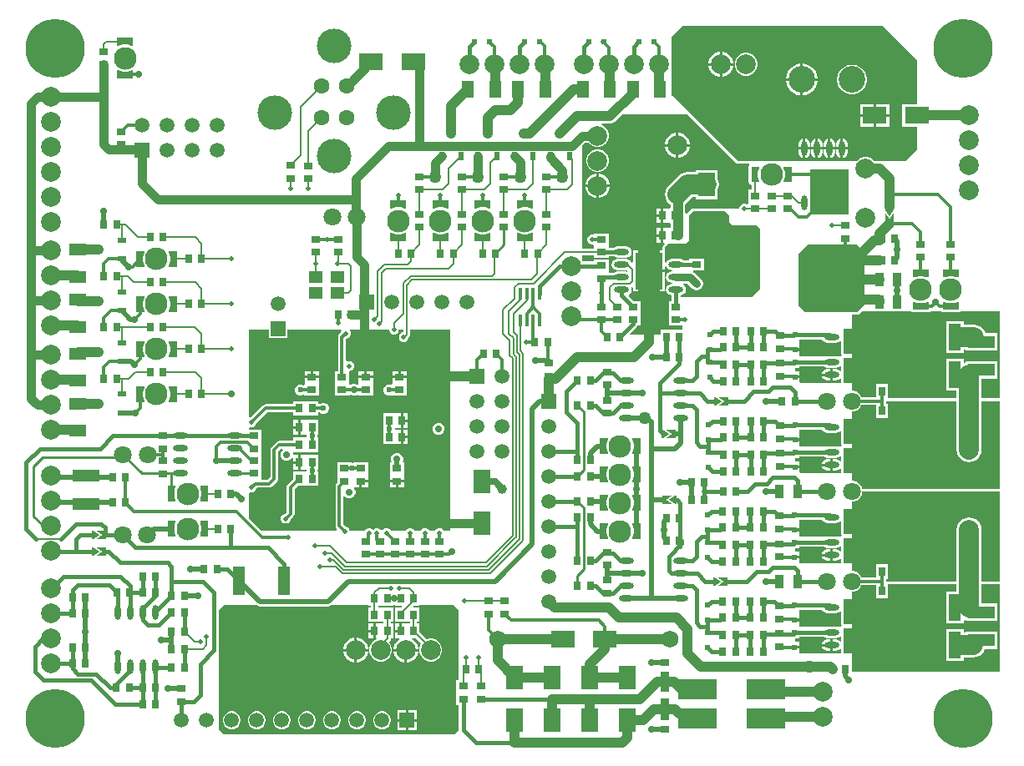
<source format=gbl>
G04*
G04 #@! TF.GenerationSoftware,Altium Limited,Altium Designer,22.8.2 (66)*
G04*
G04 Layer_Physical_Order=4*
G04 Layer_Color=16711680*
%FSLAX44Y44*%
%MOMM*%
G71*
G04*
G04 #@! TF.SameCoordinates,4CF88A4D-708D-413D-9FA9-C7E86D45AB9B*
G04*
G04*
G04 #@! TF.FilePolarity,Positive*
G04*
G01*
G75*
%ADD10C,0.2000*%
%ADD12C,0.2500*%
%ADD15C,0.3000*%
%ADD38C,0.9000*%
%ADD39C,1.0000*%
%ADD40C,0.3810*%
%ADD41C,1.8000*%
%ADD42C,1.6000*%
%ADD43C,3.5000*%
%ADD44C,1.5000*%
%ADD45R,1.5000X1.5000*%
%ADD46C,6.0000*%
%ADD47C,2.3000*%
%ADD48C,2.0000*%
%ADD49R,1.5000X1.5000*%
%ADD50C,1.7500*%
%ADD51C,2.7000*%
%ADD52C,0.5000*%
%ADD53C,0.4900*%
%ADD54C,0.7000*%
%ADD55C,0.6000*%
%ADD56C,1.0000*%
%ADD57C,0.8000*%
%ADD58C,1.2700*%
%AMCUSTOMSHAPE74*
4,1,14,-3.9883,2.1400,-2.5883,2.1400,-2.5883,1.6750,-1.6884,1.6750,-1.6934,2.1400,-0.2884,2.1400,-0.2884,1.6750,0.8516,1.6750,0.8516,0.9250,0.2916,0.9250,0.2916,0.3450,0.8516,0.3450,0.8516,-0.4050,-3.9883,-0.4050,-3.9883,2.1400,0.0*%
%ADD74CUSTOMSHAPE74*%

%AMCUSTOMSHAPE75*
4,1,14,-3.9883,-2.1400,-2.5883,-2.1400,-2.5883,-1.6750,-1.6884,-1.6750,-1.6934,-2.1400,-0.2884,-2.1400,-0.2884,-1.6750,0.8516,-1.6750,0.8516,-0.9250,0.2916,-0.9250,0.2916,-0.3450,0.8516,-0.3450,0.8516,0.4050,-3.9883,0.4050,-3.9883,-2.1400,0.0*%
%ADD75CUSTOMSHAPE75*%

%ADD76O,1.5000X0.6000*%
%ADD77R,2.7500X1.2500*%
%ADD78R,0.7000X0.9500*%
G04:AMPARAMS|DCode=79|XSize=4.3mm|YSize=4.8mm|CornerRadius=1.075mm|HoleSize=0mm|Usage=FLASHONLY|Rotation=0.000|XOffset=0mm|YOffset=0mm|HoleType=Round|Shape=RoundedRectangle|*
%AMROUNDEDRECTD79*
21,1,4.3000,2.6500,0,0,0.0*
21,1,2.1500,4.8000,0,0,0.0*
1,1,2.1500,1.0750,-1.3250*
1,1,2.1500,-1.0750,-1.3250*
1,1,2.1500,-1.0750,1.3250*
1,1,2.1500,1.0750,1.3250*
%
%ADD79ROUNDEDRECTD79*%
%ADD80R,1.2500X2.7500*%
%ADD81R,0.9500X0.7000*%
%ADD82R,0.4000X1.6000*%
%ADD83R,5.6500X6.7000*%
%ADD84R,1.2000X2.9500*%
%ADD85R,1.6000X0.4000*%
%ADD86R,0.6000X0.5000*%
%ADD87O,0.6000X1.5000*%
%AMCUSTOMSHAPE88*
4,1,5,-0.0508,0.4064,-0.6096,0.0000,0.0000,-0.4064,0.2032,-0.4064,0.2032,0.4064,-0.0508,0.4064,0.0*%
%ADD88CUSTOMSHAPE88*%

%AMCUSTOMSHAPE89*
4,1,5,-0.0952,0.4064,-0.0952,-0.4064,0.9144,-0.4064,0.3048,0.0000,0.8636,0.4064,-0.0952,0.4064,0.0*%
%ADD89CUSTOMSHAPE89*%

%ADD90R,1.4000X1.2000*%
%ADD91R,1.7500X2.4500*%
%ADD92R,2.4500X1.7500*%
%ADD93R,1.2500X1.7500*%
%ADD94R,0.6000X0.9000*%
%AMCUSTOMSHAPE95*
4,1,5,0.0952,-0.4064,0.0952,0.4064,-0.9144,0.4064,-0.3048,0.0000,-0.8636,-0.4064,0.0952,-0.4064,0.0*%
%ADD95CUSTOMSHAPE95*%

%AMCUSTOMSHAPE96*
4,1,5,0.0508,-0.4064,0.6096,0.0000,0.0000,0.4064,-0.2032,0.4064,-0.2032,-0.4064,0.0508,-0.4064,0.0*%
%ADD96CUSTOMSHAPE96*%

%ADD97O,0.4000X1.2200*%
%AMCUSTOMSHAPE98*
4,1,5,-0.4064,-0.0952,0.4064,-0.0952,0.4064,0.9144,0.0000,0.3048,-0.4064,0.8636,-0.4064,-0.0952,0.0*%
%ADD98CUSTOMSHAPE98*%

%AMCUSTOMSHAPE99*
4,1,5,-0.4064,-0.0508,0.0000,-0.6096,0.4064,0.0000,0.4064,0.2032,-0.4064,0.2032,-0.4064,-0.0508,0.0*%
%ADD99CUSTOMSHAPE99*%

%ADD100R,2.7100X3.7000*%
%ADD101R,0.9500X1.4000*%
%ADD102R,4.0000X2.0000*%
%ADD103R,0.5000X0.6000*%
%ADD104R,0.9000X0.6000*%
%ADD105R,1.7500X1.2500*%
%ADD106C,2.0000*%
%ADD107C,0.5000*%
%ADD108C,0.7000*%
%ADD109C,0.7300*%
%ADD110R,3.8802X4.5459*%
%ADD111R,8.0460X8.1280*%
%ADD112R,2.2000X5.5000*%
G36*
X578230Y1113590D02*
X576539Y1113588D01*
X576539Y1113588D01*
X575038Y1114239D01*
X571862Y1114995D01*
X568597Y1114996D01*
X565421Y1114240D01*
X563920Y1113590D01*
X562230Y1113590D01*
Y1121590D01*
X578230D01*
Y1113590D01*
D02*
G37*
G36*
Y1088590D02*
Y1080590D01*
X562230D01*
Y1088590D01*
X563920Y1088590D01*
X565421Y1087940D01*
X568597Y1087184D01*
X571862Y1087185D01*
X575038Y1087941D01*
X576539Y1088592D01*
X576539Y1088592D01*
X578230Y1088590D01*
D02*
G37*
G36*
X1104614Y1043940D02*
X1140463Y1043940D01*
X1189514Y994889D01*
X1190354Y994327D01*
X1191345Y994130D01*
X1202702D01*
X1203087Y992860D01*
X1203029Y992821D01*
X1202467Y991981D01*
X1202270Y990990D01*
Y974990D01*
X1202467Y973999D01*
X1203029Y973159D01*
X1203869Y972597D01*
X1204320Y972508D01*
Y972450D01*
X1204610D01*
X1204860Y972400D01*
X1205241D01*
Y967460D01*
X1201560D01*
Y955380D01*
X1201560D01*
Y954460D01*
X1201429Y953244D01*
X1200951Y952959D01*
X1200290Y952711D01*
X1198603Y953410D01*
X1196617D01*
X1194783Y952650D01*
X1193380Y951247D01*
X1192620Y949413D01*
Y948420D01*
X1144037D01*
X1139128Y943511D01*
X1137955Y943997D01*
Y952880D01*
X1138863Y953576D01*
X1145368Y960082D01*
X1148220D01*
Y957940D01*
X1170800D01*
Y967218D01*
X1171727Y969456D01*
X1172158Y972730D01*
X1171727Y976004D01*
X1170800Y978242D01*
Y987520D01*
X1148220D01*
Y985378D01*
X1140129D01*
X1140129Y985378D01*
X1136855Y984947D01*
X1133805Y983684D01*
X1131186Y981674D01*
X1120975Y971464D01*
X1118965Y968844D01*
X1117702Y965794D01*
X1117271Y962520D01*
X1117702Y959246D01*
X1118965Y956196D01*
X1120975Y953576D01*
X1122745Y952219D01*
Y949635D01*
X1121847Y948737D01*
X1120640D01*
X1120290Y948737D01*
X1115870D01*
Y941447D01*
Y934157D01*
X1120290D01*
X1120640Y934157D01*
X1121560D01*
X1122745Y933233D01*
Y928703D01*
X1121560Y928497D01*
X1120640D01*
Y928497D01*
X1115870D01*
Y921207D01*
Y913917D01*
X1116737D01*
X1117223Y912744D01*
X1115769Y911290D01*
X1115207Y910450D01*
X1115010Y909459D01*
Y906230D01*
X1102370D01*
Y886460D01*
X1117190D01*
Y888902D01*
X1118460Y889817D01*
X1118818Y889698D01*
X1118881Y889378D01*
X1120106Y887546D01*
X1121938Y886321D01*
X1124100Y885891D01*
X1124435D01*
X1125057Y884622D01*
X1124954Y884489D01*
X1124100D01*
X1121938Y884059D01*
X1120106Y882834D01*
X1118881Y881002D01*
X1118452Y878840D01*
X1118881Y876678D01*
X1120106Y874846D01*
X1121938Y873621D01*
X1124100Y873192D01*
X1124954D01*
X1125057Y873058D01*
X1124435Y871788D01*
X1124100D01*
X1121938Y871359D01*
X1120106Y870134D01*
X1118881Y868302D01*
X1118452Y866140D01*
X1118881Y863978D01*
X1120106Y862146D01*
X1121938Y860921D01*
X1124068Y860498D01*
Y854550D01*
X1121310D01*
Y842470D01*
X1121310D01*
Y841550D01*
X1121310D01*
Y829470D01*
X1134954D01*
Y826248D01*
X1133876Y825170D01*
X1125680D01*
Y825170D01*
X1124760D01*
Y825170D01*
X1112680D01*
Y820300D01*
X1082289D01*
X1081803Y821473D01*
X1088555Y828225D01*
X1089387Y829470D01*
X1092640D01*
Y841550D01*
X1092640D01*
Y842470D01*
X1092640D01*
Y854550D01*
X1085719D01*
X1080497Y859772D01*
X1080790Y861275D01*
X1082094Y862146D01*
X1083318Y863978D01*
X1083748Y866140D01*
X1083352Y868136D01*
X1083740Y868611D01*
X1085010Y868158D01*
Y864150D01*
X1099830D01*
Y885190D01*
Y906230D01*
X1085010D01*
Y894000D01*
X1083740Y893267D01*
X1083362Y893486D01*
X1083318Y893702D01*
X1082094Y895534D01*
X1080262Y896759D01*
X1078100Y897188D01*
X1069100D01*
X1066938Y896759D01*
X1065106Y895534D01*
X1063881Y893702D01*
X1063452Y891540D01*
X1063881Y889378D01*
X1065106Y887546D01*
X1066938Y886321D01*
X1069100Y885891D01*
X1078100D01*
X1078863Y886043D01*
X1079765Y885172D01*
X1078631Y884383D01*
X1078100Y884489D01*
X1069100D01*
X1066938Y884059D01*
X1065911Y883372D01*
X1060777D01*
X1060120Y884370D01*
Y896450D01*
X1045540D01*
Y894802D01*
X1033780D01*
Y900481D01*
X1045540D01*
Y898050D01*
X1060120D01*
Y899708D01*
X1065911D01*
X1066938Y899021D01*
X1069100Y898592D01*
X1078100D01*
X1080262Y899021D01*
X1082094Y900246D01*
X1083318Y902078D01*
X1083748Y904240D01*
X1083318Y906402D01*
X1082094Y908234D01*
X1080262Y909459D01*
X1078100Y909889D01*
X1069100D01*
X1066938Y909459D01*
X1065911Y908772D01*
X1061018D01*
X1060120Y909670D01*
Y911050D01*
X1060120Y911400D01*
Y923130D01*
X1045540D01*
Y922680D01*
X1044642Y922080D01*
X1042657D01*
X1040823Y921320D01*
X1039420Y919917D01*
X1038660Y918083D01*
Y916097D01*
X1039420Y914263D01*
X1040823Y912860D01*
X1042657Y912100D01*
X1044518D01*
X1045540Y911202D01*
Y910130D01*
X1045540Y909780D01*
Y907699D01*
X1033780D01*
Y1012308D01*
X1036721Y1015249D01*
X1039829D01*
X1041946Y1013132D01*
X1044573Y1011615D01*
X1047503Y1010830D01*
X1050537D01*
X1053467Y1011615D01*
X1056094Y1013132D01*
X1058238Y1015276D01*
X1059755Y1017903D01*
X1060540Y1020833D01*
Y1023867D01*
X1059755Y1026797D01*
X1058238Y1029424D01*
X1056094Y1031568D01*
X1053467Y1033085D01*
X1053168Y1033165D01*
X1053335Y1034435D01*
X1061270D01*
X1063238Y1034694D01*
X1065073Y1035454D01*
X1066648Y1036662D01*
X1073925Y1043940D01*
X1104614D01*
D02*
G37*
G36*
X1372780Y1098640D02*
X1372780Y1063200D01*
Y1054050D01*
X1357990D01*
Y1031470D01*
X1372780D01*
X1372780Y1008290D01*
X1361210Y996720D01*
X1336404D01*
X1334770Y996935D01*
X1329487D01*
X1327874Y998548D01*
X1325247Y1000065D01*
X1322317Y1000850D01*
X1319283D01*
X1316353Y1000065D01*
X1313727Y998548D01*
X1311898Y996720D01*
X1191345D01*
X1124260Y1063805D01*
Y1122450D01*
X1135690Y1133880D01*
X1337540D01*
X1372780Y1098640D01*
D02*
G37*
G36*
X1245860Y974990D02*
X1237860D01*
X1237860Y976680D01*
X1238510Y978181D01*
X1239266Y981357D01*
X1239265Y984622D01*
X1238509Y987798D01*
X1237858Y989299D01*
X1237858Y989299D01*
X1237860Y990990D01*
X1245860D01*
Y974990D01*
D02*
G37*
G36*
X1212862Y989299D02*
X1212862Y989299D01*
X1212211Y987798D01*
X1211455Y984622D01*
X1211454Y981357D01*
X1212210Y978181D01*
X1212860Y976680D01*
X1212860Y974990D01*
X1204860D01*
Y990990D01*
X1212860D01*
X1212862Y989299D01*
D02*
G37*
G36*
X983360Y948410D02*
X981670Y948410D01*
X980169Y949060D01*
X976993Y949816D01*
X973728Y949815D01*
X970551Y949059D01*
X969051Y948408D01*
X969051Y948408D01*
X967360Y948410D01*
Y956410D01*
X983360D01*
Y948410D01*
D02*
G37*
G36*
X940603D02*
X938913Y948410D01*
X937413Y949060D01*
X934236Y949816D01*
X930971Y949815D01*
X927795Y949059D01*
X926294Y948408D01*
X926294Y948408D01*
X924603Y948410D01*
Y956410D01*
X940603D01*
Y948410D01*
D02*
G37*
G36*
X897847D02*
X896156Y948410D01*
X894656Y949060D01*
X891479Y949816D01*
X888214Y949815D01*
X885038Y949059D01*
X883538Y948408D01*
X883538Y948408D01*
X881847Y948410D01*
Y956410D01*
X897847D01*
Y948410D01*
D02*
G37*
G36*
X855090D02*
X853400Y948410D01*
X851899Y949060D01*
X848723Y949816D01*
X845458Y949815D01*
X842281Y949059D01*
X840781Y948408D01*
X840781Y948408D01*
X839090Y948410D01*
Y956410D01*
X855090D01*
Y948410D01*
D02*
G37*
G36*
X970551Y922761D02*
X973728Y922005D01*
X976993Y922004D01*
X980169Y922760D01*
X981670Y923410D01*
X983360Y923410D01*
Y915410D01*
X967360D01*
Y923410D01*
X969051Y923412D01*
X970551Y922761D01*
D02*
G37*
G36*
X927795D02*
X930971Y922005D01*
X934236Y922004D01*
X937413Y922760D01*
X938913Y923410D01*
X940603Y923410D01*
Y915410D01*
X924603D01*
Y923410D01*
X926294Y923412D01*
X927795Y922761D01*
D02*
G37*
G36*
X885038D02*
X888214Y922005D01*
X891479Y922004D01*
X894656Y922760D01*
X896156Y923410D01*
X897847Y923410D01*
Y915410D01*
X881847D01*
Y923410D01*
X883538Y923412D01*
X885038Y922761D01*
D02*
G37*
G36*
X842281D02*
X845458Y922005D01*
X848723Y922004D01*
X851899Y922760D01*
X853400Y923410D01*
X855090Y923410D01*
Y915410D01*
X839090D01*
Y923410D01*
X840781Y923412D01*
X842281Y922761D01*
D02*
G37*
G36*
X1182370Y941783D02*
Y934720D01*
X1185811Y931279D01*
X1210360D01*
X1214120Y927519D01*
Y867410D01*
X1205245Y858535D01*
X1133132D01*
Y860498D01*
X1135262Y860921D01*
X1137094Y862146D01*
X1138318Y863978D01*
X1138748Y866140D01*
X1138318Y868302D01*
X1137094Y870134D01*
X1136424Y870582D01*
X1136170Y872279D01*
X1136374Y872529D01*
X1140043D01*
X1143675Y868896D01*
X1144117Y868131D01*
X1145334Y866914D01*
X1146826Y866052D01*
X1148489Y865607D01*
X1150211D01*
X1151874Y866052D01*
X1153366Y866914D01*
X1154583Y868131D01*
X1155444Y869622D01*
X1155890Y871286D01*
Y873008D01*
X1155444Y874671D01*
X1154583Y876162D01*
X1153366Y877380D01*
X1152600Y877822D01*
X1147120Y883303D01*
X1145956Y884080D01*
X1146341Y885350D01*
X1156640D01*
Y897430D01*
X1142060D01*
Y896072D01*
X1136289D01*
X1135262Y896759D01*
X1133100Y897188D01*
X1124100D01*
X1121938Y896759D01*
X1120106Y895534D01*
X1118881Y893702D01*
X1118870Y893644D01*
X1117600Y893769D01*
Y909459D01*
X1120831Y912690D01*
X1138398Y912690D01*
X1141820Y916113D01*
Y941447D01*
X1145966Y945593D01*
X1178560D01*
X1182370Y941783D01*
D02*
G37*
G36*
X622480Y889100D02*
X614480D01*
X614478Y890791D01*
X614478Y890791D01*
X615129Y892291D01*
X615885Y895468D01*
X615886Y898733D01*
X615130Y901909D01*
X614480Y903410D01*
X614480Y905100D01*
X622480D01*
Y889100D01*
D02*
G37*
G36*
X589480Y903410D02*
X588830Y901909D01*
X588074Y898733D01*
X588075Y895468D01*
X588831Y892291D01*
X589482Y890791D01*
X589480Y889100D01*
X581480D01*
Y905100D01*
X589480D01*
X589480Y903410D01*
D02*
G37*
G36*
X1415160Y878640D02*
X1413469Y878638D01*
X1413469Y878638D01*
X1411969Y879289D01*
X1408792Y880045D01*
X1405527Y880046D01*
X1402351Y879290D01*
X1400850Y878640D01*
X1399160Y878640D01*
Y886640D01*
X1415160D01*
Y878640D01*
D02*
G37*
G36*
X1384680D02*
X1382989Y878638D01*
X1382989Y878638D01*
X1381488Y879289D01*
X1378312Y880045D01*
X1375047Y880046D01*
X1371871Y879290D01*
X1370370Y878640D01*
X1368680Y878640D01*
Y886640D01*
X1384680D01*
Y878640D01*
D02*
G37*
G36*
X1415160Y853640D02*
Y845640D01*
X1399160D01*
Y853640D01*
X1400850Y853640D01*
X1402351Y852990D01*
X1405527Y852234D01*
X1408792Y852235D01*
X1411969Y852991D01*
X1413469Y853642D01*
X1413469Y853642D01*
X1415160Y853640D01*
D02*
G37*
G36*
X1384680D02*
Y845640D01*
X1368680D01*
Y853640D01*
X1370370Y853640D01*
X1371871Y852990D01*
X1375047Y852234D01*
X1378312Y852235D01*
X1381488Y852991D01*
X1382989Y853642D01*
X1382989Y853642D01*
X1384680Y853640D01*
D02*
G37*
G36*
X622480Y843380D02*
X614480D01*
X614478Y845071D01*
X614478Y845071D01*
X615129Y846571D01*
X615885Y849748D01*
X615886Y853013D01*
X615130Y856189D01*
X614480Y857690D01*
X614480Y859380D01*
X622480D01*
Y843380D01*
D02*
G37*
G36*
X589480Y857690D02*
X588830Y856189D01*
X588074Y853013D01*
X588075Y849748D01*
X588831Y846571D01*
X589482Y845071D01*
X589480Y843380D01*
X581480D01*
Y859380D01*
X589480D01*
X589480Y857690D01*
D02*
G37*
G36*
X1319530Y904240D02*
Y850529D01*
X1312281Y843280D01*
X1259840D01*
X1252620Y850500D01*
X1252620Y902100D01*
X1262380Y911860D01*
X1311910D01*
X1319530Y904240D01*
D02*
G37*
G36*
X1456520Y755701D02*
X1438228D01*
Y775791D01*
X1454390D01*
Y793371D01*
X1421810D01*
Y792386D01*
X1421198Y792091D01*
X1419960Y792882D01*
Y796070D01*
X1402380D01*
Y763490D01*
X1412932D01*
Y755701D01*
X1343540D01*
Y770204D01*
X1331460D01*
Y757230D01*
X1316599D01*
X1315248Y759570D01*
X1313289Y761529D01*
X1310891Y762914D01*
X1308215Y763631D01*
X1306830D01*
Y840690D01*
X1312281D01*
X1313272Y840887D01*
X1314112Y841449D01*
X1314112Y841449D01*
X1317214Y844551D01*
X1327120D01*
Y844102D01*
X1341700D01*
Y844551D01*
X1345620D01*
Y844102D01*
X1360200D01*
Y844551D01*
X1366353D01*
X1366849Y843809D01*
X1367689Y843247D01*
X1368680Y843050D01*
X1384680D01*
X1385671Y843247D01*
X1386511Y843809D01*
X1387007Y844551D01*
X1396833D01*
X1397329Y843809D01*
X1398169Y843247D01*
X1399160Y843050D01*
X1415160D01*
X1416151Y843247D01*
X1416991Y843809D01*
X1417487Y844551D01*
X1456520D01*
Y755701D01*
D02*
G37*
G36*
X899560Y621900D02*
X893336D01*
X893230Y622154D01*
X891827Y623558D01*
X889993Y624318D01*
X888007D01*
X886173Y623558D01*
X884770Y622154D01*
X884664Y621900D01*
X878283D01*
X878177Y622154D01*
X876774Y623558D01*
X874940Y624318D01*
X872954D01*
X871121Y623558D01*
X869717Y622154D01*
X869612Y621900D01*
X863230D01*
X863125Y622154D01*
X861721Y623558D01*
X859887Y624318D01*
X857902D01*
X856068Y623558D01*
X854664Y622154D01*
X854559Y621900D01*
X839234D01*
X839128Y622154D01*
X837725Y623558D01*
X835891Y624318D01*
X833905D01*
X832071Y623558D01*
X830755Y622241D01*
X830072Y622195D01*
X829389Y622241D01*
X828073Y623558D01*
X826239Y624318D01*
X824253D01*
X822419Y623558D01*
X821403Y622542D01*
X820387Y623558D01*
X818553Y624318D01*
X816567D01*
X814733Y623558D01*
X813330Y622154D01*
X813224Y621900D01*
X797550D01*
Y622023D01*
X796790Y623857D01*
X795387Y625260D01*
X793553Y626020D01*
X793395D01*
X791519Y627896D01*
Y656135D01*
X792789Y656629D01*
X794139Y655279D01*
X796359Y654360D01*
X798761D01*
X800981Y655279D01*
X802681Y656979D01*
X803600Y659199D01*
Y661601D01*
X802681Y663821D01*
X802132Y664370D01*
X802658Y665640D01*
X807720D01*
Y671680D01*
X808990D01*
Y672950D01*
X816280D01*
Y677370D01*
X816280Y677720D01*
Y678640D01*
X816280Y678990D01*
Y690720D01*
X801700D01*
Y690220D01*
X799770D01*
Y690720D01*
X785190D01*
Y678990D01*
X785190Y678640D01*
Y677720D01*
X785190Y677370D01*
Y670215D01*
X784487Y669513D01*
X783594Y668176D01*
X783281Y666600D01*
Y626190D01*
X783594Y624614D01*
X784487Y623277D01*
X784691Y623073D01*
X784205Y621900D01*
X708070D01*
X695560Y634410D01*
Y659922D01*
X696830Y660771D01*
X697507Y660490D01*
X699493D01*
X701327Y661250D01*
X702730Y662653D01*
X703490Y664487D01*
Y664645D01*
X704016Y665171D01*
X716280D01*
X717856Y665484D01*
X719193Y666377D01*
X724273Y671457D01*
X725166Y672794D01*
X725479Y674370D01*
Y701874D01*
X728146Y704541D01*
X729363D01*
X729889Y703271D01*
X728940Y702321D01*
X728020Y700101D01*
Y697699D01*
X728940Y695479D01*
X730639Y693780D01*
X732859Y692860D01*
X735261D01*
X737481Y693780D01*
X739181Y695479D01*
X739300Y695767D01*
X740570Y695515D01*
Y692150D01*
X745340D01*
Y698170D01*
X741370D01*
X740570Y698170D01*
X740100Y699245D01*
Y700101D01*
X740003Y700335D01*
X740949Y701370D01*
X752300D01*
X752650Y701370D01*
X753570D01*
X753920Y701370D01*
X765650D01*
Y715950D01*
X765650D01*
X765052Y716845D01*
X765150Y717083D01*
Y719150D01*
X765650D01*
Y733730D01*
X753920D01*
X753570Y733730D01*
X752650D01*
X752300Y733730D01*
X747880D01*
Y726440D01*
Y719150D01*
X752300D01*
X752650Y719150D01*
X753570D01*
X754070Y718650D01*
Y717083D01*
X754105Y716998D01*
X753404Y715950D01*
X752650D01*
X752300Y715950D01*
X740570D01*
Y712779D01*
X726440D01*
X724864Y712466D01*
X723527Y711573D01*
X718447Y706493D01*
X717554Y705156D01*
X717241Y703580D01*
Y676076D01*
X714574Y673409D01*
X709529D01*
X708330Y673580D01*
Y685660D01*
X708330D01*
Y686580D01*
X708330D01*
Y697410D01*
X708330Y698660D01*
X708330D01*
Y698680D01*
X708330D01*
Y710410D01*
X708330Y710760D01*
X708330D01*
Y711680D01*
X708330D01*
Y723760D01*
X695560D01*
Y725962D01*
X696830Y726811D01*
X697507Y726530D01*
X699493D01*
X701327Y727290D01*
X702730Y728693D01*
X703490Y730527D01*
Y730685D01*
X714549Y741743D01*
X740625D01*
Y738573D01*
X752355D01*
X752705Y738573D01*
X753625D01*
X753975Y738573D01*
X765705D01*
Y741743D01*
X767229D01*
X767806Y741166D01*
X769843Y740323D01*
X772047D01*
X774083Y741166D01*
X775641Y742725D01*
X776485Y744761D01*
Y746965D01*
X775641Y749001D01*
X774083Y750559D01*
X772047Y751403D01*
X769843D01*
X767806Y750559D01*
X767229Y749982D01*
X765705D01*
Y753153D01*
X753975D01*
X753625Y753153D01*
X752705D01*
X752355Y753153D01*
X740625D01*
Y749982D01*
X712843D01*
X711266Y749668D01*
X709930Y748775D01*
X697665Y736510D01*
X697507D01*
X696830Y736229D01*
X695560Y737078D01*
Y825900D01*
X716150D01*
Y817362D01*
X734190D01*
Y825900D01*
X788920D01*
X789446Y824630D01*
X789242Y824427D01*
X788483Y822593D01*
Y822435D01*
X787027Y820980D01*
X786134Y819644D01*
X785821Y818067D01*
Y783430D01*
X782650D01*
Y771700D01*
X782650Y771350D01*
Y770430D01*
X782650Y770080D01*
Y758350D01*
X797230D01*
Y758827D01*
X798500Y759353D01*
X798584Y759269D01*
X800804Y758350D01*
X803206D01*
X805426Y759269D01*
X805510Y759353D01*
X806780Y758827D01*
Y758350D01*
X821360D01*
Y770080D01*
X821360Y770430D01*
Y771350D01*
X821360Y771700D01*
Y776120D01*
X806780D01*
Y771700D01*
X806780Y771350D01*
Y770430D01*
X806780Y769953D01*
X805510Y769427D01*
X805426Y769510D01*
X803206Y770430D01*
X800804D01*
X798584Y769510D01*
X798500Y769427D01*
X797230Y769953D01*
X797230Y770430D01*
Y771350D01*
X797230Y771700D01*
Y782683D01*
X797230Y783430D01*
X798396Y783680D01*
X798553D01*
X800387Y784440D01*
X801790Y785843D01*
X802550Y787677D01*
Y789663D01*
X801790Y791497D01*
X800387Y792900D01*
X798553Y793660D01*
X796567D01*
X795329Y793147D01*
X794059Y793885D01*
Y816361D01*
X794308Y816610D01*
X794465D01*
X796299Y817370D01*
X797703Y818773D01*
X798463Y820607D01*
Y822593D01*
X797703Y824427D01*
X797499Y824630D01*
X798026Y825900D01*
X837570D01*
Y824507D01*
X838330Y822673D01*
X839733Y821270D01*
X841567Y820510D01*
X843553D01*
X845387Y821270D01*
X846790Y822673D01*
X847550Y824507D01*
Y825900D01*
X851863D01*
Y822870D01*
X851567D01*
X849733Y822110D01*
X848330Y820707D01*
X847570Y818873D01*
Y816887D01*
X848330Y815053D01*
X849733Y813650D01*
X851567Y812890D01*
X853553D01*
X855387Y813650D01*
X856790Y815053D01*
X857550Y816887D01*
Y817766D01*
X858024Y818240D01*
X858807Y819411D01*
X859081Y820792D01*
X859081Y820792D01*
Y825900D01*
X899560D01*
Y621900D01*
D02*
G37*
G36*
X1277736Y813886D02*
X1279568Y812661D01*
X1281730Y812232D01*
X1290730D01*
X1292892Y812661D01*
X1294724Y813886D01*
X1294871Y814106D01*
X1296141Y813720D01*
Y801132D01*
X1296338Y800141D01*
X1296365Y800101D01*
X1295686Y798831D01*
X1253930D01*
Y815648D01*
X1276559D01*
X1277736Y813886D01*
D02*
G37*
G36*
X622480Y797660D02*
X614480D01*
X614478Y799351D01*
X614478Y799351D01*
X615129Y800851D01*
X615885Y804028D01*
X615886Y807293D01*
X615130Y810469D01*
X614480Y811970D01*
X614480Y813660D01*
X622480D01*
Y797660D01*
D02*
G37*
G36*
X589480Y811970D02*
X588830Y810469D01*
X588074Y807293D01*
X588075Y804028D01*
X588831Y800851D01*
X589482Y799351D01*
X589480Y797660D01*
X581480D01*
Y813660D01*
X589480D01*
X589480Y811970D01*
D02*
G37*
G36*
X1296137Y788315D02*
Y783945D01*
X1294867Y783560D01*
X1294724Y783774D01*
X1292892Y784999D01*
X1290730Y785428D01*
X1287500D01*
Y779780D01*
Y774131D01*
X1290730D01*
X1292892Y774561D01*
X1294724Y775786D01*
X1294867Y776000D01*
X1296137Y775615D01*
Y771144D01*
X1254870D01*
X1253930Y771940D01*
Y776210D01*
X1248890D01*
Y778750D01*
X1253930D01*
Y783020D01*
X1249441D01*
Y786940D01*
X1253930D01*
Y787948D01*
X1278541D01*
X1279568Y787261D01*
X1281730Y786832D01*
X1290730D01*
X1292892Y787261D01*
X1294724Y788486D01*
X1294867Y788700D01*
X1296137Y788315D01*
D02*
G37*
G36*
X622480Y751940D02*
X614480D01*
X614478Y753631D01*
X614478Y753631D01*
X615129Y755132D01*
X615885Y758308D01*
X615886Y761573D01*
X615130Y764749D01*
X614480Y766250D01*
X614480Y767940D01*
X622480D01*
Y751940D01*
D02*
G37*
G36*
X589480Y766250D02*
X588830Y764749D01*
X588074Y761573D01*
X588075Y758308D01*
X588831Y755132D01*
X589482Y753631D01*
X589480Y751940D01*
X581480D01*
Y767940D01*
X589480D01*
X589480Y766250D01*
D02*
G37*
G36*
X1276512Y724278D02*
X1277736Y722446D01*
X1279568Y721221D01*
X1281730Y720791D01*
X1290730D01*
X1292892Y721221D01*
X1294724Y722446D01*
X1294871Y722666D01*
X1296141Y722281D01*
Y709692D01*
X1296338Y708701D01*
X1296365Y708661D01*
X1295686Y707391D01*
X1253930D01*
Y724328D01*
X1276502D01*
X1276512Y724278D01*
D02*
G37*
G36*
X1092300Y699390D02*
X1084300D01*
X1084300Y701080D01*
X1084950Y702581D01*
X1085706Y705757D01*
X1085706Y709022D01*
X1084949Y712198D01*
X1084298Y713699D01*
X1084298Y713699D01*
X1084300Y715390D01*
X1092300D01*
Y699390D01*
D02*
G37*
G36*
X1059302Y713699D02*
X1059302Y713699D01*
X1058652Y712198D01*
X1057895Y709022D01*
X1057894Y705757D01*
X1058650Y702581D01*
X1059300Y701080D01*
X1059300Y699390D01*
X1051300D01*
Y715390D01*
X1059300D01*
X1059302Y713699D01*
D02*
G37*
G36*
X1296137Y696875D02*
Y692505D01*
X1294867Y692120D01*
X1294724Y692334D01*
X1292892Y693559D01*
X1290730Y693988D01*
X1287500D01*
Y688340D01*
Y682691D01*
X1290730D01*
X1292892Y683121D01*
X1294724Y684346D01*
X1294867Y684560D01*
X1296137Y684175D01*
Y679704D01*
X1254870D01*
X1253930Y680500D01*
Y684770D01*
X1248890D01*
Y687310D01*
X1253930D01*
Y691580D01*
X1249441D01*
Y695500D01*
X1253930D01*
Y696508D01*
X1278541D01*
X1279568Y695821D01*
X1281730Y695391D01*
X1290730D01*
X1292892Y695821D01*
X1294724Y697046D01*
X1294867Y697260D01*
X1296137Y696875D01*
D02*
G37*
G36*
X1456520Y664260D02*
X1317350D01*
X1317043Y664199D01*
X1316633Y665731D01*
X1315248Y668129D01*
X1313289Y670088D01*
X1310891Y671473D01*
X1308215Y672190D01*
X1306830D01*
Y742591D01*
X1308215D01*
X1310891Y743308D01*
X1313289Y744693D01*
X1315248Y746651D01*
X1316599Y748992D01*
X1331460D01*
Y736018D01*
X1343540D01*
Y750598D01*
X1341619D01*
Y753111D01*
X1412932D01*
Y703670D01*
X1413363Y700396D01*
X1414626Y697346D01*
X1416636Y694726D01*
X1419256Y692716D01*
X1422306Y691453D01*
X1425580Y691022D01*
X1428854Y691453D01*
X1431904Y692716D01*
X1434524Y694726D01*
X1436534Y697346D01*
X1437797Y700396D01*
X1438228Y703670D01*
Y753111D01*
X1456520D01*
Y664260D01*
D02*
G37*
G36*
X1092300Y670603D02*
X1084300D01*
X1084300Y672293D01*
X1084950Y673794D01*
X1085706Y676970D01*
X1085706Y680236D01*
X1084949Y683412D01*
X1084298Y684912D01*
X1084298Y684912D01*
X1084300Y686603D01*
X1092300D01*
Y670603D01*
D02*
G37*
G36*
X1059302Y684912D02*
X1059302Y684912D01*
X1058652Y683412D01*
X1057895Y680236D01*
X1057894Y676970D01*
X1058650Y673794D01*
X1059300Y672293D01*
X1059300Y670603D01*
X1051300D01*
Y686603D01*
X1059300D01*
X1059302Y684912D01*
D02*
G37*
G36*
X654230Y651130D02*
X646230D01*
X646228Y652821D01*
X646228Y652821D01*
X646879Y654321D01*
X647635Y657498D01*
X647636Y660763D01*
X646880Y663939D01*
X646230Y665440D01*
X646230Y667130D01*
X654230D01*
Y651130D01*
D02*
G37*
G36*
X621230Y665440D02*
X620580Y663939D01*
X619824Y660763D01*
X619825Y657498D01*
X620581Y654322D01*
X621232Y652821D01*
X621230Y651130D01*
X613230D01*
Y667130D01*
X621230D01*
X621230Y665440D01*
D02*
G37*
G36*
X1092300Y641817D02*
X1084300D01*
X1084300Y643507D01*
X1084950Y645007D01*
X1085706Y648184D01*
X1085706Y651449D01*
X1084949Y654625D01*
X1084298Y656125D01*
X1084298Y656125D01*
X1084300Y657817D01*
X1092300D01*
Y641817D01*
D02*
G37*
G36*
X1059302Y656125D02*
X1059302Y656125D01*
X1058652Y654625D01*
X1057895Y651449D01*
X1057894Y648184D01*
X1058650Y645007D01*
X1059300Y643507D01*
X1059300Y641817D01*
X1051300D01*
Y657817D01*
X1059300D01*
X1059302Y656125D01*
D02*
G37*
G36*
X1277736Y631006D02*
X1279568Y629781D01*
X1281730Y629352D01*
X1290730D01*
X1292892Y629781D01*
X1294724Y631006D01*
X1294871Y631226D01*
X1296141Y630840D01*
Y618252D01*
X1296338Y617261D01*
X1296365Y617220D01*
X1295686Y615950D01*
X1253450D01*
Y632768D01*
X1276559D01*
X1277736Y631006D01*
D02*
G37*
G36*
X654230Y615570D02*
X646230D01*
X646228Y617261D01*
X646228Y617261D01*
X646879Y618761D01*
X647635Y621938D01*
X647636Y625203D01*
X646880Y628379D01*
X646230Y629880D01*
X646230Y631570D01*
X654230D01*
Y615570D01*
D02*
G37*
G36*
X621230Y629880D02*
X620580Y628379D01*
X619824Y625203D01*
X619825Y621938D01*
X620581Y618761D01*
X621232Y617261D01*
X621230Y615570D01*
X613230D01*
Y631570D01*
X621230D01*
X621230Y629880D01*
D02*
G37*
G36*
X1092300Y613030D02*
X1084300D01*
X1084300Y614720D01*
X1084950Y616221D01*
X1085706Y619397D01*
X1085706Y622662D01*
X1084949Y625839D01*
X1084298Y627339D01*
X1084298Y627339D01*
X1084300Y629030D01*
X1092300D01*
Y613030D01*
D02*
G37*
G36*
X1059302Y627339D02*
X1059302Y627339D01*
X1058652Y625839D01*
X1057895Y622662D01*
X1057894Y619397D01*
X1058650Y616221D01*
X1059300Y614720D01*
X1059300Y613030D01*
X1051300D01*
Y629030D01*
X1059300D01*
X1059302Y627339D01*
D02*
G37*
G36*
X1296137Y605435D02*
Y601065D01*
X1294867Y600680D01*
X1294724Y600894D01*
X1292892Y602119D01*
X1290730Y602548D01*
X1287500D01*
Y596900D01*
Y591251D01*
X1290730D01*
X1292892Y591681D01*
X1294724Y592906D01*
X1294867Y593120D01*
X1296137Y592735D01*
Y588264D01*
X1254390D01*
X1253450Y589060D01*
Y593330D01*
X1248410D01*
Y595870D01*
X1253450D01*
Y600140D01*
X1249441D01*
Y604060D01*
X1253450D01*
Y605068D01*
X1278541D01*
X1279568Y604381D01*
X1281730Y603951D01*
X1290730D01*
X1292892Y604381D01*
X1294724Y605606D01*
X1294867Y605820D01*
X1296137Y605435D01*
D02*
G37*
G36*
X1456520Y570230D02*
X1438228D01*
Y622390D01*
X1437797Y625664D01*
X1436534Y628714D01*
X1434524Y631334D01*
X1431904Y633344D01*
X1428854Y634607D01*
X1425580Y635038D01*
X1422306Y634607D01*
X1419256Y633344D01*
X1416636Y631334D01*
X1414626Y628714D01*
X1413363Y625664D01*
X1412932Y622390D01*
Y570230D01*
X1341619D01*
Y572743D01*
X1343540D01*
Y587323D01*
X1331460D01*
Y574349D01*
X1316599D01*
X1315248Y576689D01*
X1313289Y578648D01*
X1310891Y580033D01*
X1308215Y580750D01*
X1306830D01*
Y651150D01*
X1308215D01*
X1310891Y651867D01*
X1313289Y653252D01*
X1315248Y655211D01*
X1316633Y657609D01*
X1317350Y660285D01*
Y661670D01*
X1456520D01*
Y570230D01*
D02*
G37*
G36*
Y478790D02*
X1306830D01*
Y559710D01*
X1308215D01*
X1310891Y560427D01*
X1313289Y561812D01*
X1315248Y563771D01*
X1316599Y566111D01*
X1331460D01*
Y553137D01*
X1343540D01*
Y567640D01*
X1412932D01*
Y559850D01*
X1402380D01*
Y527270D01*
X1419960D01*
Y530458D01*
X1421198Y531249D01*
X1421810Y530954D01*
Y529971D01*
X1454390D01*
Y547551D01*
X1438228D01*
Y567640D01*
X1456520D01*
Y478790D01*
D02*
G37*
G36*
X908050Y541020D02*
Y469740D01*
X905840D01*
Y457660D01*
X905840D01*
Y456740D01*
X905840D01*
Y444660D01*
X908050D01*
Y419100D01*
X904240Y415290D01*
X670560D01*
X665480Y420370D01*
X665480Y541020D01*
X670560Y546100D01*
X703570D01*
X704974Y545162D01*
X706940Y544771D01*
X775965D01*
X777931Y545162D01*
X779334Y546100D01*
X816770D01*
Y545610D01*
X819201D01*
Y543680D01*
X816770D01*
Y529100D01*
X828500D01*
X828850Y529100D01*
X829770D01*
X830120Y529100D01*
X832201D01*
Y527170D01*
X830120D01*
X829770Y527170D01*
X828850D01*
X828500Y527170D01*
X824080D01*
Y519880D01*
Y512590D01*
X825302D01*
X825469Y511320D01*
X824703Y511115D01*
X822076Y509598D01*
X819932Y507453D01*
X818415Y504827D01*
X817630Y501897D01*
Y498863D01*
X818415Y495933D01*
X819932Y493307D01*
X822076Y491162D01*
X824703Y489645D01*
X827633Y488860D01*
X830667D01*
X833597Y489645D01*
X836223Y491162D01*
X838368Y493307D01*
X839885Y495933D01*
X840670Y498863D01*
Y501897D01*
X839885Y504827D01*
X838368Y507453D01*
X837413Y508409D01*
X838362Y509359D01*
X839145Y510530D01*
X839419Y511911D01*
Y512590D01*
X841850D01*
Y527170D01*
X839419D01*
Y529100D01*
X841850D01*
Y543680D01*
X830120D01*
X829770Y543680D01*
X828850D01*
X828500Y543680D01*
X826419D01*
Y545610D01*
X828850D01*
Y545610D01*
X829770D01*
Y545610D01*
X841850D01*
Y546100D01*
X843440D01*
Y545610D01*
X850281D01*
X850807Y544411D01*
X850220Y543680D01*
X843440D01*
Y529100D01*
X855170D01*
X855520Y529100D01*
Y529100D01*
X856440D01*
Y529100D01*
X858871D01*
Y527170D01*
X856440D01*
X856440Y527170D01*
X855520D01*
Y527170D01*
X855170Y527170D01*
X850750D01*
Y519880D01*
X849480D01*
Y518610D01*
X843440D01*
Y512590D01*
X848078D01*
X848419Y511320D01*
X846850Y510415D01*
X844516Y508080D01*
X842865Y505220D01*
X842010Y502031D01*
Y501650D01*
X854550D01*
X867090D01*
Y502031D01*
X866235Y505220D01*
X864585Y508080D01*
X862250Y510415D01*
X860681Y511320D01*
X861022Y512590D01*
X864666D01*
X870391Y506864D01*
X869215Y504827D01*
X868430Y501897D01*
Y498863D01*
X869215Y495933D01*
X870732Y493307D01*
X872877Y491162D01*
X875503Y489645D01*
X878433Y488860D01*
X881467D01*
X884397Y489645D01*
X887023Y491162D01*
X889168Y493307D01*
X890685Y495933D01*
X891470Y498863D01*
Y501897D01*
X890685Y504827D01*
X889168Y507453D01*
X887023Y509598D01*
X884397Y511115D01*
X881467Y511900D01*
X878433D01*
X876171Y511294D01*
X868520Y518944D01*
Y527170D01*
X866089D01*
Y529100D01*
X868520D01*
Y543680D01*
X862589D01*
X862063Y544879D01*
X862650Y545610D01*
X868520D01*
Y546100D01*
X902970D01*
X908050Y541020D01*
D02*
G37*
G36*
X1277736Y539566D02*
X1279568Y538341D01*
X1281730Y537911D01*
X1290730D01*
X1292892Y538341D01*
X1294724Y539566D01*
X1294871Y539786D01*
X1296141Y539400D01*
Y526812D01*
X1296338Y525821D01*
X1296365Y525780D01*
X1295686Y524510D01*
X1253450D01*
Y541328D01*
X1276559D01*
X1277736Y539566D01*
D02*
G37*
G36*
X1296137Y513995D02*
Y509625D01*
X1294867Y509240D01*
X1294724Y509454D01*
X1292892Y510679D01*
X1290730Y511109D01*
X1287500D01*
Y505460D01*
Y499812D01*
X1290730D01*
X1292892Y500241D01*
X1294724Y501466D01*
X1294867Y501680D01*
X1296137Y501295D01*
Y496824D01*
X1254390D01*
X1253450Y497620D01*
Y501890D01*
X1248410D01*
Y504430D01*
X1253450D01*
Y508700D01*
X1249441D01*
Y512620D01*
X1253450D01*
Y513628D01*
X1278541D01*
X1279568Y512941D01*
X1281730Y512511D01*
X1290730D01*
X1292892Y512941D01*
X1294724Y514166D01*
X1294867Y514380D01*
X1296137Y513995D01*
D02*
G37*
%LPC*%
G36*
X1131570Y1025060D02*
X1131189D01*
Y1013790D01*
X1142459D01*
Y1014171D01*
X1141605Y1017360D01*
X1139954Y1020220D01*
X1137619Y1022554D01*
X1134759Y1024205D01*
X1131570Y1025060D01*
D02*
G37*
G36*
X1128649D02*
X1128268D01*
X1125079Y1024205D01*
X1122219Y1022554D01*
X1119885Y1020220D01*
X1118234Y1017360D01*
X1117379Y1014171D01*
Y1013790D01*
X1128649D01*
Y1025060D01*
D02*
G37*
G36*
X1142459Y1011250D02*
X1131189D01*
Y999980D01*
X1131570D01*
X1134759Y1000835D01*
X1137619Y1002486D01*
X1139954Y1004820D01*
X1141605Y1007680D01*
X1142459Y1010869D01*
Y1011250D01*
D02*
G37*
G36*
X1128649D02*
X1117379D01*
Y1010869D01*
X1118234Y1007680D01*
X1119885Y1004820D01*
X1122219Y1002486D01*
X1125079Y1000835D01*
X1128268Y999980D01*
X1128649D01*
Y1011250D01*
D02*
G37*
G36*
X1050537Y1008470D02*
X1047503D01*
X1044573Y1007685D01*
X1041946Y1006168D01*
X1039802Y1004024D01*
X1038285Y1001397D01*
X1037500Y998467D01*
Y995433D01*
X1038285Y992503D01*
X1039802Y989876D01*
X1041946Y987732D01*
X1044573Y986215D01*
X1047503Y985430D01*
X1050537D01*
X1053467Y986215D01*
X1056094Y987732D01*
X1058238Y989876D01*
X1059755Y992503D01*
X1060540Y995433D01*
Y998467D01*
X1059755Y1001397D01*
X1058238Y1004024D01*
X1056094Y1006168D01*
X1053467Y1007685D01*
X1050537Y1008470D01*
D02*
G37*
G36*
X1050671Y984090D02*
X1050290D01*
Y972820D01*
X1061560D01*
Y973201D01*
X1060705Y976390D01*
X1059054Y979250D01*
X1056720Y981584D01*
X1053860Y983235D01*
X1050671Y984090D01*
D02*
G37*
G36*
X1047750D02*
X1047369D01*
X1044180Y983235D01*
X1041320Y981584D01*
X1038986Y979250D01*
X1037335Y976390D01*
X1036480Y973201D01*
Y972820D01*
X1047750D01*
Y984090D01*
D02*
G37*
G36*
X1061560Y970280D02*
X1050290D01*
Y959010D01*
X1050671D01*
X1053860Y959865D01*
X1056720Y961516D01*
X1059054Y963850D01*
X1060705Y966710D01*
X1061560Y969899D01*
Y970280D01*
D02*
G37*
G36*
X1047750D02*
X1036480D01*
Y969899D01*
X1037335Y966710D01*
X1038986Y963850D01*
X1041320Y961516D01*
X1044180Y959865D01*
X1047369Y959010D01*
X1047750D01*
Y970280D01*
D02*
G37*
G36*
X1113330Y948737D02*
X1108560D01*
Y942717D01*
X1113330D01*
Y948737D01*
D02*
G37*
G36*
Y940177D02*
X1108560D01*
Y934157D01*
X1113330D01*
Y940177D01*
D02*
G37*
G36*
X1113330Y928497D02*
X1108560D01*
Y922477D01*
X1113330D01*
Y928497D01*
D02*
G37*
G36*
Y919937D02*
X1108560D01*
Y913917D01*
X1113330D01*
Y919937D01*
D02*
G37*
G36*
X1117190Y883920D02*
X1102370D01*
Y864150D01*
X1117190D01*
Y883920D01*
D02*
G37*
G36*
X1175771Y1107280D02*
X1175390D01*
Y1096010D01*
X1186660D01*
Y1096391D01*
X1185805Y1099580D01*
X1184155Y1102440D01*
X1181820Y1104774D01*
X1178960Y1106425D01*
X1175771Y1107280D01*
D02*
G37*
G36*
X1172850D02*
X1172469D01*
X1169280Y1106425D01*
X1166420Y1104774D01*
X1164085Y1102440D01*
X1162435Y1099580D01*
X1161580Y1096391D01*
Y1096010D01*
X1172850D01*
Y1107280D01*
D02*
G37*
G36*
X1201037Y1106260D02*
X1198003D01*
X1195073Y1105475D01*
X1192447Y1103958D01*
X1190302Y1101814D01*
X1188785Y1099187D01*
X1188000Y1096257D01*
Y1093223D01*
X1188785Y1090293D01*
X1190302Y1087666D01*
X1192447Y1085522D01*
X1195073Y1084005D01*
X1198003Y1083220D01*
X1201037D01*
X1203967Y1084005D01*
X1206593Y1085522D01*
X1208738Y1087666D01*
X1210255Y1090293D01*
X1211040Y1093223D01*
Y1096257D01*
X1210255Y1099187D01*
X1208738Y1101814D01*
X1206593Y1103958D01*
X1203967Y1105475D01*
X1201037Y1106260D01*
D02*
G37*
G36*
X1186660Y1093470D02*
X1175390D01*
Y1082200D01*
X1175771D01*
X1178960Y1083055D01*
X1181820Y1084706D01*
X1184155Y1087040D01*
X1185805Y1089900D01*
X1186660Y1093089D01*
Y1093470D01*
D02*
G37*
G36*
X1172850D02*
X1161580D01*
Y1093089D01*
X1162435Y1089900D01*
X1164085Y1087040D01*
X1166420Y1084706D01*
X1169280Y1083055D01*
X1172469Y1082200D01*
X1172850D01*
Y1093470D01*
D02*
G37*
G36*
X1257610Y1095280D02*
X1257300D01*
Y1080510D01*
X1272070D01*
Y1080820D01*
X1271454Y1083919D01*
X1270245Y1086838D01*
X1268489Y1089465D01*
X1266255Y1091699D01*
X1263628Y1093455D01*
X1260709Y1094664D01*
X1257610Y1095280D01*
D02*
G37*
G36*
X1254760D02*
X1254450D01*
X1251351Y1094664D01*
X1248432Y1093455D01*
X1245805Y1091699D01*
X1243571Y1089465D01*
X1241815Y1086838D01*
X1240606Y1083919D01*
X1239990Y1080820D01*
Y1080510D01*
X1254760D01*
Y1095280D01*
D02*
G37*
G36*
X1308309Y1094260D02*
X1305351D01*
X1302449Y1093683D01*
X1299715Y1092551D01*
X1297255Y1090907D01*
X1295163Y1088815D01*
X1293519Y1086355D01*
X1292387Y1083621D01*
X1291810Y1080719D01*
Y1077761D01*
X1292387Y1074859D01*
X1293519Y1072125D01*
X1295163Y1069665D01*
X1297255Y1067573D01*
X1299715Y1065929D01*
X1302449Y1064797D01*
X1305351Y1064220D01*
X1308309D01*
X1311211Y1064797D01*
X1313945Y1065929D01*
X1316405Y1067573D01*
X1318497Y1069665D01*
X1320141Y1072125D01*
X1321273Y1074859D01*
X1321850Y1077761D01*
Y1080719D01*
X1321273Y1083621D01*
X1320141Y1086355D01*
X1318497Y1088815D01*
X1316405Y1090907D01*
X1313945Y1092551D01*
X1311211Y1093683D01*
X1308309Y1094260D01*
D02*
G37*
G36*
X1272070Y1077970D02*
X1257300D01*
Y1063200D01*
X1257610D01*
X1260709Y1063816D01*
X1263628Y1065025D01*
X1266255Y1066781D01*
X1268489Y1069015D01*
X1270245Y1071642D01*
X1271454Y1074561D01*
X1272070Y1077660D01*
Y1077970D01*
D02*
G37*
G36*
X1254760D02*
X1239990D01*
Y1077660D01*
X1240606Y1074561D01*
X1241815Y1071642D01*
X1243571Y1069015D01*
X1245805Y1066781D01*
X1248432Y1065025D01*
X1251351Y1063816D01*
X1254450Y1063200D01*
X1254760D01*
Y1077970D01*
D02*
G37*
G36*
X1344570Y1054050D02*
X1331050D01*
Y1044030D01*
X1344570D01*
Y1054050D01*
D02*
G37*
G36*
X1328510D02*
X1314990D01*
Y1044030D01*
X1328510D01*
Y1054050D01*
D02*
G37*
G36*
X1344570Y1041490D02*
X1331050D01*
Y1031470D01*
X1344570D01*
Y1041490D01*
D02*
G37*
G36*
X1328510D02*
X1314990D01*
Y1031470D01*
X1328510D01*
Y1041490D01*
D02*
G37*
G36*
X1297940Y1019436D02*
Y1010810D01*
X1302319D01*
Y1014040D01*
X1301889Y1016202D01*
X1300664Y1018034D01*
X1298832Y1019259D01*
X1297940Y1019436D01*
D02*
G37*
G36*
X1295400D02*
X1294508Y1019259D01*
X1292676Y1018034D01*
X1291451Y1016202D01*
X1291022Y1014040D01*
Y1010810D01*
X1295400D01*
Y1019436D01*
D02*
G37*
G36*
X1285240D02*
Y1010810D01*
X1289619D01*
Y1014040D01*
X1289189Y1016202D01*
X1287964Y1018034D01*
X1286132Y1019259D01*
X1285240Y1019436D01*
D02*
G37*
G36*
X1282700D02*
X1281808Y1019259D01*
X1279976Y1018034D01*
X1278751Y1016202D01*
X1278322Y1014040D01*
Y1010810D01*
X1282700D01*
Y1019436D01*
D02*
G37*
G36*
X1272540D02*
Y1010810D01*
X1276918D01*
Y1014040D01*
X1276489Y1016202D01*
X1275264Y1018034D01*
X1273432Y1019259D01*
X1272540Y1019436D01*
D02*
G37*
G36*
X1270000D02*
X1269108Y1019259D01*
X1267276Y1018034D01*
X1266051Y1016202D01*
X1265621Y1014040D01*
Y1010810D01*
X1270000D01*
Y1019436D01*
D02*
G37*
G36*
X1259840D02*
Y1010810D01*
X1264219D01*
Y1014040D01*
X1263789Y1016202D01*
X1262564Y1018034D01*
X1260732Y1019259D01*
X1259840Y1019436D01*
D02*
G37*
G36*
X1257300D02*
X1256408Y1019259D01*
X1254576Y1018034D01*
X1253351Y1016202D01*
X1252922Y1014040D01*
Y1010810D01*
X1257300D01*
Y1019436D01*
D02*
G37*
G36*
X1302319Y1008270D02*
X1297940D01*
Y999644D01*
X1298832Y999821D01*
X1300664Y1001046D01*
X1301889Y1002878D01*
X1302319Y1005040D01*
Y1008270D01*
D02*
G37*
G36*
X1295400D02*
X1291022D01*
Y1005040D01*
X1291451Y1002878D01*
X1292676Y1001046D01*
X1294508Y999821D01*
X1295400Y999644D01*
Y1008270D01*
D02*
G37*
G36*
X1289619D02*
X1285240D01*
Y999644D01*
X1286132Y999821D01*
X1287964Y1001046D01*
X1289189Y1002878D01*
X1289619Y1005040D01*
Y1008270D01*
D02*
G37*
G36*
X1282700D02*
X1278322D01*
Y1005040D01*
X1278751Y1002878D01*
X1279976Y1001046D01*
X1281808Y999821D01*
X1282700Y999644D01*
Y1008270D01*
D02*
G37*
G36*
X1276918D02*
X1272540D01*
Y999644D01*
X1273432Y999821D01*
X1275264Y1001046D01*
X1276489Y1002878D01*
X1276918Y1005040D01*
Y1008270D01*
D02*
G37*
G36*
X1270000D02*
X1265621D01*
Y1005040D01*
X1266051Y1002878D01*
X1267276Y1001046D01*
X1269108Y999821D01*
X1270000Y999644D01*
Y1008270D01*
D02*
G37*
G36*
X1264219D02*
X1259840D01*
Y999644D01*
X1260732Y999821D01*
X1262564Y1001046D01*
X1263789Y1002878D01*
X1264219Y1005040D01*
Y1008270D01*
D02*
G37*
G36*
X1257300D02*
X1252922D01*
Y1005040D01*
X1253351Y1002878D01*
X1254576Y1001046D01*
X1256408Y999821D01*
X1257300Y999644D01*
Y1008270D01*
D02*
G37*
G36*
X1419960Y834170D02*
X1402380D01*
Y801590D01*
X1419960D01*
Y805232D01*
X1421810D01*
Y804291D01*
X1454390D01*
Y821871D01*
X1442221D01*
X1441254Y824204D01*
X1439245Y826824D01*
X1436625Y828834D01*
X1433574Y830097D01*
X1430301Y830528D01*
X1419960D01*
Y834170D01*
D02*
G37*
G36*
X855650Y783430D02*
X849630D01*
Y778660D01*
X855650D01*
Y783430D01*
D02*
G37*
G36*
X847090D02*
X841070D01*
Y778660D01*
X847090D01*
Y783430D01*
D02*
G37*
G36*
X821360Y783430D02*
X815340D01*
Y778660D01*
X821360D01*
Y783430D01*
D02*
G37*
G36*
X812800D02*
X806780D01*
Y778660D01*
X812800D01*
Y783430D01*
D02*
G37*
G36*
X766750D02*
X760730D01*
Y778660D01*
X766750D01*
Y783430D01*
D02*
G37*
G36*
X758190D02*
X752170D01*
Y778660D01*
X758190D01*
Y783430D01*
D02*
G37*
G36*
X855650Y776120D02*
X848360D01*
X841070D01*
Y771700D01*
X841070Y771350D01*
Y770307D01*
X839800Y769459D01*
X838662Y769930D01*
X836458D01*
X834422Y769087D01*
X832863Y767528D01*
X832020Y765492D01*
Y763288D01*
X832863Y761252D01*
X834422Y759693D01*
X836458Y758850D01*
X838662D01*
X839800Y759321D01*
X841070Y758473D01*
Y758350D01*
X855650D01*
Y770080D01*
X855650Y770430D01*
Y771350D01*
X855650Y771700D01*
Y776120D01*
D02*
G37*
G36*
X766750Y776120D02*
X752170D01*
Y771700D01*
X752170Y771350D01*
Y770430D01*
X752170Y770080D01*
Y769731D01*
X751480Y769345D01*
X750900Y769136D01*
X748982Y769930D01*
X746778D01*
X744742Y769087D01*
X743184Y767528D01*
X742340Y765492D01*
Y763288D01*
X743184Y761252D01*
X744742Y759693D01*
X746778Y758850D01*
X748982D01*
X750900Y759644D01*
X751480Y759435D01*
X752170Y759049D01*
Y758350D01*
X766750D01*
Y770080D01*
X766750Y770430D01*
Y771350D01*
X766750Y771700D01*
Y776120D01*
D02*
G37*
G36*
X851830Y740463D02*
Y734443D01*
X856600D01*
Y740463D01*
X851830D01*
D02*
G37*
G36*
X745340Y733730D02*
X740570D01*
Y727710D01*
X745340D01*
Y733730D01*
D02*
G37*
G36*
X856600Y731903D02*
X851830D01*
Y725883D01*
X856600D01*
Y731903D01*
D02*
G37*
G36*
X745340Y725170D02*
X740570D01*
Y719150D01*
X745340D01*
Y725170D01*
D02*
G37*
G36*
X889171Y730958D02*
X886769D01*
X884549Y730039D01*
X882850Y728340D01*
X881930Y726120D01*
Y723717D01*
X882850Y721497D01*
X884549Y719798D01*
X886769Y718878D01*
X889171D01*
X891391Y719798D01*
X893091Y721497D01*
X894010Y723717D01*
Y726120D01*
X893091Y728340D01*
X891391Y730039D01*
X889171Y730958D01*
D02*
G37*
G36*
X851830Y723953D02*
Y717933D01*
X856600D01*
Y723953D01*
X851830D01*
D02*
G37*
G36*
X856600Y715393D02*
X851830D01*
Y709373D01*
X856600D01*
Y715393D01*
D02*
G37*
G36*
X844520Y740463D02*
X843600D01*
X843250Y740463D01*
X831520D01*
Y725883D01*
X832020D01*
Y723953D01*
X831520D01*
Y709373D01*
X843250D01*
X843600Y709373D01*
X844520D01*
X844870Y709373D01*
X849290D01*
Y716663D01*
Y723953D01*
X844870D01*
X844520Y723953D01*
X843600D01*
X843341Y724213D01*
Y725624D01*
X843600Y725883D01*
X844520D01*
X844870Y725883D01*
X849290D01*
Y733173D01*
X850560D01*
D01*
X849290D01*
Y740463D01*
X844870D01*
X844520Y740463D01*
D02*
G37*
G36*
X753570Y698170D02*
X752650D01*
X752300Y698170D01*
X747880D01*
Y690880D01*
Y683590D01*
X752300D01*
X752650Y683590D01*
X753570D01*
X753830Y683330D01*
Y681920D01*
X753570Y681660D01*
X752650D01*
X752300Y681660D01*
X740570D01*
Y674155D01*
X734957Y668543D01*
X734064Y667206D01*
X733751Y665630D01*
Y640516D01*
X731955Y638720D01*
X731797D01*
X729963Y637960D01*
X728560Y636557D01*
X727800Y634723D01*
Y632737D01*
X728560Y630903D01*
X729963Y629500D01*
X731797Y628740D01*
X733783D01*
X735617Y629500D01*
X737020Y630903D01*
X737780Y632737D01*
Y632895D01*
X740783Y635897D01*
X741676Y637234D01*
X741989Y638810D01*
Y663924D01*
X745145Y667080D01*
X752300D01*
X752650Y667080D01*
X753570D01*
X753920Y667080D01*
X765650D01*
Y681660D01*
X765150D01*
Y683590D01*
X765650D01*
Y698170D01*
X753920D01*
X753570Y698170D01*
D02*
G37*
G36*
X745340Y689610D02*
X740570D01*
Y683590D01*
X745340D01*
Y689610D01*
D02*
G37*
G36*
X847021Y699940D02*
X844619D01*
X842399Y699020D01*
X840699Y697321D01*
X839780Y695101D01*
Y692699D01*
X840162Y691776D01*
X839457Y690720D01*
X838530D01*
Y678990D01*
X838530Y678640D01*
Y677720D01*
X838530Y677370D01*
Y672950D01*
X845820D01*
X853110D01*
Y677370D01*
X853110Y677720D01*
Y678640D01*
X853110Y678990D01*
Y690720D01*
X852183D01*
X851478Y691776D01*
X851860Y692699D01*
Y695101D01*
X850940Y697321D01*
X849241Y699020D01*
X847021Y699940D01*
D02*
G37*
G36*
X853110Y670410D02*
X847090D01*
Y665640D01*
X853110D01*
Y670410D01*
D02*
G37*
G36*
X844550D02*
X838530D01*
Y665640D01*
X844550D01*
Y670410D01*
D02*
G37*
G36*
X816280D02*
X810260D01*
Y665640D01*
X816280D01*
Y670410D01*
D02*
G37*
G36*
X1284960Y785428D02*
X1281730D01*
X1279568Y784999D01*
X1277736Y783774D01*
X1276512Y781942D01*
X1276334Y781050D01*
X1284960D01*
Y785428D01*
D02*
G37*
G36*
Y778510D02*
X1276334D01*
X1276512Y777618D01*
X1277736Y775786D01*
X1279568Y774561D01*
X1281730Y774131D01*
X1284960D01*
Y778510D01*
D02*
G37*
G36*
Y693988D02*
X1281730D01*
X1279568Y693559D01*
X1277736Y692334D01*
X1276512Y690502D01*
X1276334Y689610D01*
X1284960D01*
Y693988D01*
D02*
G37*
G36*
Y687070D02*
X1276334D01*
X1276512Y686178D01*
X1277736Y684346D01*
X1279568Y683121D01*
X1281730Y682691D01*
X1284960D01*
Y687070D01*
D02*
G37*
G36*
Y602548D02*
X1281730D01*
X1279568Y602119D01*
X1277736Y600894D01*
X1276512Y599062D01*
X1276334Y598170D01*
X1284960D01*
Y602548D01*
D02*
G37*
G36*
Y595630D02*
X1276334D01*
X1276512Y594738D01*
X1277736Y592906D01*
X1279568Y591681D01*
X1281730Y591251D01*
X1284960D01*
Y595630D01*
D02*
G37*
G36*
X1419960Y521750D02*
X1402380D01*
Y489170D01*
X1419960D01*
Y492812D01*
X1429799D01*
X1433073Y493243D01*
X1436123Y494506D01*
X1438743Y496516D01*
X1440753Y499136D01*
X1441720Y501471D01*
X1454390D01*
Y519051D01*
X1421810D01*
Y518108D01*
X1419960D01*
Y521750D01*
D02*
G37*
G36*
X821540Y527170D02*
X816770D01*
Y521150D01*
X821540D01*
Y527170D01*
D02*
G37*
G36*
X848210D02*
X843440D01*
Y521150D01*
X848210D01*
Y527170D01*
D02*
G37*
G36*
X821540Y518610D02*
X816770D01*
Y512590D01*
X821540D01*
Y518610D01*
D02*
G37*
G36*
X739450Y542630D02*
X709930D01*
Y507860D01*
X739450D01*
Y542630D01*
D02*
G37*
G36*
X707390D02*
X677870D01*
Y507860D01*
X707390D01*
Y542630D01*
D02*
G37*
G36*
X805401Y512920D02*
X805020D01*
Y501650D01*
X816290D01*
Y502031D01*
X815435Y505220D01*
X813784Y508080D01*
X811450Y510415D01*
X808590Y512065D01*
X805401Y512920D01*
D02*
G37*
G36*
X802480D02*
X802099D01*
X798910Y512065D01*
X796050Y510415D01*
X793716Y508080D01*
X792065Y505220D01*
X791210Y502031D01*
Y501650D01*
X802480D01*
Y512920D01*
D02*
G37*
G36*
X867090Y499110D02*
X855820D01*
Y487840D01*
X856201D01*
X859390Y488695D01*
X862250Y490345D01*
X864585Y492680D01*
X866235Y495540D01*
X867090Y498729D01*
Y499110D01*
D02*
G37*
G36*
X853280D02*
X842010D01*
Y498729D01*
X842865Y495540D01*
X844516Y492680D01*
X846850Y490345D01*
X849710Y488695D01*
X852899Y487840D01*
X853280D01*
Y499110D01*
D02*
G37*
G36*
X816290D02*
X805020D01*
Y487840D01*
X805401D01*
X808590Y488695D01*
X811450Y490345D01*
X813784Y492680D01*
X815435Y495540D01*
X816290Y498729D01*
Y499110D01*
D02*
G37*
G36*
X802480D02*
X791210D01*
Y498729D01*
X792065Y495540D01*
X793716Y492680D01*
X796050Y490345D01*
X798910Y488695D01*
X802099Y487840D01*
X802480D01*
Y499110D01*
D02*
G37*
G36*
X739450Y505320D02*
X709930D01*
Y470550D01*
X739450D01*
Y505320D01*
D02*
G37*
G36*
X707390D02*
X677870D01*
Y470550D01*
X707390D01*
Y505320D01*
D02*
G37*
G36*
X866020Y439300D02*
X857250D01*
Y430530D01*
X866020D01*
Y439300D01*
D02*
G37*
G36*
X854710D02*
X845940D01*
Y430530D01*
X854710D01*
Y439300D01*
D02*
G37*
G36*
X831768Y438280D02*
X829392D01*
X827098Y437665D01*
X825042Y436478D01*
X823362Y434798D01*
X822175Y432742D01*
X821560Y430448D01*
Y428073D01*
X822175Y425778D01*
X823362Y423722D01*
X825042Y422042D01*
X827098Y420855D01*
X829392Y420240D01*
X831768D01*
X834062Y420855D01*
X836118Y422042D01*
X837798Y423722D01*
X838985Y425778D01*
X839600Y428073D01*
Y430448D01*
X838985Y432742D01*
X837798Y434798D01*
X836118Y436478D01*
X834062Y437665D01*
X831768Y438280D01*
D02*
G37*
G36*
X806367D02*
X803992D01*
X801698Y437665D01*
X799642Y436478D01*
X797962Y434798D01*
X796775Y432742D01*
X796160Y430448D01*
Y428073D01*
X796775Y425778D01*
X797962Y423722D01*
X799642Y422042D01*
X801698Y420855D01*
X803992Y420240D01*
X806367D01*
X808662Y420855D01*
X810718Y422042D01*
X812398Y423722D01*
X813585Y425778D01*
X814200Y428073D01*
Y430448D01*
X813585Y432742D01*
X812398Y434798D01*
X810718Y436478D01*
X808662Y437665D01*
X806367Y438280D01*
D02*
G37*
G36*
X780967D02*
X778593D01*
X776298Y437665D01*
X774242Y436478D01*
X772562Y434798D01*
X771375Y432742D01*
X770760Y430448D01*
Y428073D01*
X771375Y425778D01*
X772562Y423722D01*
X774242Y422042D01*
X776298Y420855D01*
X778593Y420240D01*
X780967D01*
X783262Y420855D01*
X785318Y422042D01*
X786998Y423722D01*
X788185Y425778D01*
X788800Y428073D01*
Y430448D01*
X788185Y432742D01*
X786998Y434798D01*
X785318Y436478D01*
X783262Y437665D01*
X780967Y438280D01*
D02*
G37*
G36*
X755567D02*
X753193D01*
X750898Y437665D01*
X748842Y436478D01*
X747162Y434798D01*
X745975Y432742D01*
X745360Y430448D01*
Y428073D01*
X745975Y425778D01*
X747162Y423722D01*
X748842Y422042D01*
X750898Y420855D01*
X753193Y420240D01*
X755567D01*
X757862Y420855D01*
X759918Y422042D01*
X761598Y423722D01*
X762785Y425778D01*
X763400Y428073D01*
Y430448D01*
X762785Y432742D01*
X761598Y434798D01*
X759918Y436478D01*
X757862Y437665D01*
X755567Y438280D01*
D02*
G37*
G36*
X730167D02*
X727793D01*
X725498Y437665D01*
X723442Y436478D01*
X721762Y434798D01*
X720575Y432742D01*
X719960Y430448D01*
Y428073D01*
X720575Y425778D01*
X721762Y423722D01*
X723442Y422042D01*
X725498Y420855D01*
X727793Y420240D01*
X730167D01*
X732462Y420855D01*
X734518Y422042D01*
X736198Y423722D01*
X737385Y425778D01*
X738000Y428073D01*
Y430448D01*
X737385Y432742D01*
X736198Y434798D01*
X734518Y436478D01*
X732462Y437665D01*
X730167Y438280D01*
D02*
G37*
G36*
X704768D02*
X702393D01*
X700098Y437665D01*
X698042Y436478D01*
X696362Y434798D01*
X695175Y432742D01*
X694560Y430448D01*
Y428073D01*
X695175Y425778D01*
X696362Y423722D01*
X698042Y422042D01*
X700098Y420855D01*
X702393Y420240D01*
X704768D01*
X707062Y420855D01*
X709118Y422042D01*
X710798Y423722D01*
X711985Y425778D01*
X712600Y428073D01*
Y430448D01*
X711985Y432742D01*
X710798Y434798D01*
X709118Y436478D01*
X707062Y437665D01*
X704768Y438280D01*
D02*
G37*
G36*
X679368D02*
X676992D01*
X674698Y437665D01*
X672642Y436478D01*
X670962Y434798D01*
X669775Y432742D01*
X669160Y430448D01*
Y428073D01*
X669775Y425778D01*
X670962Y423722D01*
X672642Y422042D01*
X674698Y420855D01*
X676992Y420240D01*
X679368D01*
X681662Y420855D01*
X683718Y422042D01*
X685398Y423722D01*
X686585Y425778D01*
X687200Y428073D01*
Y430448D01*
X686585Y432742D01*
X685398Y434798D01*
X683718Y436478D01*
X681662Y437665D01*
X679368Y438280D01*
D02*
G37*
G36*
X866020Y427990D02*
X857250D01*
Y419220D01*
X866020D01*
Y427990D01*
D02*
G37*
G36*
X854710D02*
X845940D01*
Y419220D01*
X854710D01*
Y427990D01*
D02*
G37*
G36*
X1284960Y511109D02*
X1281730D01*
X1279568Y510679D01*
X1277736Y509454D01*
X1276512Y507622D01*
X1276334Y506730D01*
X1284960D01*
Y511109D01*
D02*
G37*
G36*
Y504190D02*
X1276334D01*
X1276512Y503298D01*
X1277736Y501466D01*
X1279568Y500241D01*
X1281730Y499812D01*
X1284960D01*
Y504190D01*
D02*
G37*
%LPD*%
D10*
X755650Y1026980D02*
X769620Y1040950D01*
X748030Y1051560D02*
X769620Y1073150D01*
X748030Y1002180D02*
Y1051560D01*
X737870Y992020D02*
X748030Y1002180D01*
X755650Y991870D02*
Y1026980D01*
X822560Y835990D02*
X826008Y839438D01*
Y884428D01*
X822810Y558650D02*
X827489Y563329D01*
X839419D01*
X822810Y552900D02*
Y558650D01*
Y536390D02*
Y552900D01*
X847560Y563329D02*
X857801D01*
X862480Y558650D01*
X794608Y588930D02*
X935640D01*
X792997Y585406D02*
X937100D01*
X791537Y581882D02*
X938559D01*
X789993Y578358D02*
X940019D01*
X935640Y588930D02*
X962940Y616230D01*
X777614Y605924D02*
X794608Y588930D01*
X937100Y585406D02*
X965200Y613506D01*
X779479Y598924D02*
X792997Y585406D01*
X938559Y581882D02*
X967166Y610489D01*
X781495Y591924D02*
X791537Y581882D01*
X940019Y578358D02*
X970690Y609029D01*
X783427Y584924D02*
X789993Y578358D01*
X767560Y584924D02*
X783427D01*
X777560Y591924D02*
X781495D01*
X762560Y605924D02*
X777614D01*
X772560Y598924D02*
X779479D01*
X851948Y841788D02*
Y872172D01*
X852424Y872744D02*
X859790Y880110D01*
X842560Y832400D02*
X851948Y841788D01*
Y872172D02*
X852424Y872648D01*
Y872744D01*
X855472Y870712D02*
X861060Y876300D01*
X855472Y820792D02*
Y870712D01*
X852560Y817880D02*
X855472Y820792D01*
X830072Y883412D02*
X834390Y887730D01*
X827560Y831850D02*
X830072Y834362D01*
Y883412D01*
X826008Y884428D02*
X833120Y891540D01*
X480060Y613410D02*
X505460D01*
X551180Y1117590D02*
X570230D01*
X548640Y1115050D02*
X551180Y1117590D01*
X548640Y1107590D02*
Y1115050D01*
X879950Y500380D02*
Y502410D01*
X862480Y519880D02*
X879950Y502410D01*
X829150Y505251D02*
X835810Y511911D01*
Y519880D01*
X829150Y500380D02*
Y505251D01*
X973512Y611851D02*
Y801238D01*
X969988Y613311D02*
Y799778D01*
X966464Y614770D02*
Y798319D01*
X962940Y616230D02*
Y796859D01*
X647426Y759940D02*
Y776244D01*
X1020300Y1001600D02*
X1023620Y998280D01*
X1017991Y967590D02*
X1023620Y973219D01*
Y998280D01*
X996950Y967590D02*
X1017991D01*
X970690Y609029D02*
Y609029D01*
X972248Y610587D01*
Y610587D01*
X973512Y611851D01*
X970690Y804060D02*
X973512Y801238D01*
X967166Y610489D02*
Y610489D01*
X968724Y612047D02*
Y612047D01*
X969988Y613311D01*
X967166Y802600D02*
X969988Y799778D01*
X967166Y610489D02*
X968724Y612047D01*
X965200Y613506D02*
Y613506D01*
X963642Y801141D02*
X965200Y799583D01*
X966464Y798319D01*
X965200Y613506D02*
X966464Y614770D01*
X1286729Y931060D02*
X1300480D01*
X1286510Y931279D02*
X1286729Y931060D01*
X755650Y969010D02*
Y978870D01*
X737870Y969010D02*
Y979020D01*
X859790Y880110D02*
X942340D01*
X861060Y876300D02*
X981710D01*
X988060Y882650D02*
Y901700D01*
X981710Y876300D02*
X988060Y882650D01*
X944880D02*
Y902970D01*
X942340Y880110D02*
X944880Y882650D01*
X842560Y825500D02*
Y832400D01*
X833120Y891540D02*
X856280D01*
X902970Y892810D02*
Y901700D01*
X897890Y887730D02*
X902970Y892810D01*
X834390Y887730D02*
X897890D01*
X860090Y895350D02*
Y902970D01*
X856280Y891540D02*
X860090Y895350D01*
X988170Y902970D02*
X996950Y911750D01*
Y929480D01*
X902847Y902970D02*
X911437Y911560D01*
Y929410D01*
X860090Y902970D02*
X868680Y911560D01*
Y929490D01*
X911437Y942410D02*
Y967590D01*
X954193D02*
X954193Y967590D01*
Y942410D02*
Y967590D01*
X996950Y967590D02*
X996950Y967590D01*
X996950Y942480D02*
Y967590D01*
X983690Y973995D02*
Y1001450D01*
X977285Y967590D02*
X983690Y973995D01*
X954193Y967590D02*
X977285D01*
X940603Y995273D02*
X946930Y1001600D01*
X940603Y973665D02*
Y995273D01*
X934528Y967590D02*
X940603Y973665D01*
X911437Y967590D02*
X934528D01*
X897847Y989127D02*
X910320Y1001600D01*
X897847Y973665D02*
Y989127D01*
X891772Y967590D02*
X897847Y973665D01*
X868680Y967590D02*
X891772D01*
X868680Y942490D02*
Y967590D01*
X847090Y902970D02*
Y915410D01*
X889847Y902970D02*
Y919410D01*
X932413Y919220D02*
X932603Y919410D01*
X932413Y902970D02*
Y919220D01*
X975170D02*
X975360Y919410D01*
X975170Y902970D02*
Y919220D01*
X1208860Y982990D02*
X1209360D01*
X1210360Y981990D01*
Y976990D02*
Y981990D01*
X1208850Y975480D02*
X1210360Y976990D01*
X1208850Y961420D02*
Y975480D01*
X1197610Y948420D02*
X1208850D01*
X1252620Y954540D02*
X1258570D01*
X1245740Y961420D02*
X1252620Y954540D01*
X1241870Y961420D02*
X1245740D01*
X1208850Y948420D02*
X1225360D01*
Y961420D02*
X1241870D01*
X953350Y821475D02*
Y845450D01*
X965095Y857195D01*
Y868575D01*
X969010Y872490D01*
X970690Y856110D02*
Y861860D01*
X958850Y821690D02*
Y844270D01*
X970690Y856110D01*
X963930Y841870D02*
X977190Y855130D01*
Y861860D01*
X963930Y822960D02*
Y841870D01*
X953350Y821475D02*
X960118Y814707D01*
Y799681D02*
X962940Y796859D01*
Y796859D02*
Y796859D01*
X960118Y799681D02*
Y814707D01*
X963642Y801141D02*
Y816898D01*
X958850Y821690D02*
X963642Y816898D01*
X963930Y822960D02*
X967166Y819724D01*
Y802600D02*
Y819724D01*
X970690Y804060D02*
Y822550D01*
X1015630Y904090D02*
X1052830D01*
X984030Y872490D02*
X1015630Y904090D01*
X969010Y872490D02*
X984030D01*
X970690Y822550D02*
Y834860D01*
X650230Y659130D02*
X664060D01*
X650230Y623570D02*
X664060D01*
X647426Y897100D02*
X678180D01*
X647426Y851380D02*
X678180D01*
X647426Y805660D02*
X678180D01*
X647426Y759940D02*
X678180D01*
X618480Y897100D02*
X634426D01*
X618480Y851380D02*
X634426D01*
X618480Y805660D02*
X634426D01*
X641350Y782320D02*
X647426Y776244D01*
X608480Y782320D02*
X641350D01*
X647426Y805660D02*
Y821690D01*
X640766Y828350D02*
X647426Y821690D01*
X608480Y828350D02*
X640766D01*
X647426Y851380D02*
Y867410D01*
X641076Y873760D02*
X647426Y867410D01*
X608480Y873760D02*
X641076D01*
X647426Y897100D02*
Y913130D01*
X641076Y919480D02*
X647426Y913130D01*
X608480Y919480D02*
X641076D01*
X566560Y932180D02*
X570230D01*
X561560D02*
X566560D01*
Y916100D02*
Y932180D01*
X582930Y919480D02*
X595480D01*
X570230Y932180D02*
X582930Y919480D01*
X566560Y828350D02*
X595480D01*
X561560D02*
X566560D01*
Y811993D02*
Y828350D01*
X567165Y880110D02*
X572770D01*
X561560D02*
X567165D01*
X566560Y879505D02*
X567165Y880110D01*
X566560Y864047D02*
Y879505D01*
X579120Y873760D02*
X595480D01*
X572770Y880110D02*
X579120Y873760D01*
X618480Y759940D02*
X634426D01*
X567800Y775970D02*
X574040D01*
X561560D02*
X567800D01*
X566560Y774730D02*
X567800Y775970D01*
X566560Y759940D02*
Y774730D01*
X574040Y775970D02*
X580390Y782320D01*
X595480D01*
X930910Y463700D02*
Y478940D01*
X928520Y481330D02*
X930910Y478940D01*
X913130Y463700D02*
Y478940D01*
X915520Y481330D01*
X785700Y863220D02*
X796290D01*
X798830Y865760D01*
Y890270D01*
X796290Y892810D02*
X798830Y890270D01*
X785700Y892810D02*
X796290D01*
X785700D02*
X786130Y893240D01*
Y904090D01*
X763700Y892810D02*
Y904090D01*
Y879220D02*
Y892810D01*
X914400Y550060D02*
X938530D01*
X955040D01*
X915520Y481330D02*
Y492850D01*
X928280Y481570D02*
X928520Y481330D01*
X928280Y481570D02*
Y492850D01*
X652780Y505460D02*
Y514350D01*
X648970Y501650D02*
X652780Y505460D01*
X630070Y501650D02*
X648970D01*
X630070Y519430D02*
X640862Y508638D01*
X646430D01*
X835810Y519880D02*
Y536390D01*
X862480Y519880D02*
Y536390D01*
X849480D02*
Y537690D01*
X862480Y550690D01*
Y552900D01*
Y558650D01*
X1061720Y856130D02*
Y868680D01*
X1065530Y872490D01*
X1082040D01*
X1061720Y856130D02*
X1069340Y848510D01*
X1082040Y872490D02*
X1084580Y875030D01*
Y886460D01*
X1079500Y891540D02*
X1084580Y886460D01*
X1073600Y891540D02*
X1079500D01*
D12*
X567830Y698900D02*
X587110Y679620D01*
X608180D02*
X617230D01*
X587110D02*
X608180D01*
X1035050Y683410D02*
Y742286D01*
X1028550Y748786D02*
X1035050Y742286D01*
X954193Y911750D02*
Y929410D01*
X945413Y902970D02*
X954193Y911750D01*
X698030Y692620D02*
X701040D01*
X685630Y705020D02*
X698030Y692620D01*
X681550Y705020D02*
X685630D01*
X681550Y679620D02*
X701040D01*
X617230D02*
X626550D01*
X617230Y659130D02*
Y679620D01*
X486410Y695960D02*
X570060D01*
X477520Y687070D02*
X486410Y695960D01*
X477520Y636270D02*
Y687070D01*
Y636270D02*
X487590Y626200D01*
X494670D01*
X1028550Y676910D02*
X1035050Y683410D01*
X1028550Y651510D02*
X1035050Y645010D01*
Y582416D02*
Y645010D01*
X1028550Y575916D02*
X1035050Y582416D01*
X1028550Y565906D02*
Y575916D01*
D15*
X1248890Y713860D02*
X1254357D01*
X1248410Y622300D02*
X1253877D01*
X1233170Y532130D02*
X1249441D01*
X1248410Y530860D02*
X1253877D01*
X1248472Y805598D02*
X1256300D01*
X1248472D02*
X1248890Y805180D01*
X1306830Y570230D02*
X1337500D01*
X1233900Y503160D02*
X1248410D01*
X1233170Y503890D02*
X1233900Y503160D01*
X1337500Y560427D02*
Y570230D01*
Y580033D01*
Y753111D02*
Y762914D01*
Y743308D02*
Y753111D01*
X1306830D02*
X1337500D01*
X1233650Y806300D02*
X1248472D01*
X1233650Y778360D02*
X1248010D01*
X1129919Y962520D02*
X1130350Y962089D01*
X1233650Y715010D02*
X1248352D01*
X1248010Y686920D02*
X1248890Y686040D01*
X1233650Y686920D02*
X1248010D01*
X1233170Y595330D02*
X1233900Y594600D01*
X1248410D01*
X1233170Y623570D02*
X1249441D01*
X889000Y597512D02*
X899010D01*
X858894D02*
X873947D01*
X889000D01*
X899010D02*
X901446Y599948D01*
X835262Y618964D02*
Y618964D01*
Y618964D02*
X843714Y610512D01*
X843842Y597512D02*
X858894D01*
X828789D02*
X843842D01*
X813736D02*
X828789D01*
X825246Y619328D02*
X825539Y619035D01*
Y612512D02*
Y619035D01*
Y612512D02*
X827539Y610512D01*
X828789D01*
X889000D02*
X889000D01*
Y618490D02*
Y619328D01*
Y610512D02*
Y618490D01*
X873947Y610512D02*
Y617300D01*
X817560Y618813D02*
Y619328D01*
X816986Y618239D02*
X817560Y618813D01*
X816986Y612512D02*
Y618239D01*
X814986Y610512D02*
X816986Y612512D01*
X813736Y610512D02*
X814986D01*
X834898Y619328D02*
X835262Y618964D01*
X858894Y610512D02*
Y617300D01*
X1267266Y982990D02*
X1272976Y977280D01*
X588410Y698320D02*
X608180D01*
X570230Y1084590D02*
X584190D01*
X698500Y731520D02*
X712843Y745863D01*
X585480Y746299D02*
Y759940D01*
X712843Y745863D02*
X746665D01*
X1387918Y849640D02*
X1391920Y853642D01*
X1395922Y849640D01*
X1376680D02*
X1387918D01*
X1395922D02*
X1407160D01*
X1241860Y982990D02*
X1267266D01*
X1271270Y949960D02*
Y954540D01*
X1261110Y939800D02*
X1271270Y949960D01*
X1252620Y939800D02*
X1261110D01*
X1244000Y948420D02*
X1252620Y939800D01*
X1241870Y948420D02*
X1244000D01*
X662560Y692320D02*
Y707390D01*
X666743Y711573D01*
X694187D01*
X701040Y704720D01*
X837070Y763900D02*
X837560Y764390D01*
X847070D01*
X847560Y763900D01*
X802005Y764390D02*
X814070D01*
X789940D02*
X802005D01*
X747880D02*
X759460D01*
X759665Y745863D02*
X770945D01*
X837560Y724918D02*
Y733173D01*
Y716663D02*
Y724918D01*
X800735Y684680D02*
X808990D01*
X792480D02*
X800735D01*
X759610Y709930D02*
Y718185D01*
Y726440D01*
Y682625D02*
Y690880D01*
Y674370D02*
Y682625D01*
X952500Y778510D02*
Y794950D01*
X946300Y801150D02*
X952500Y794950D01*
X998370Y795230D02*
X999490Y794110D01*
X998370Y795230D02*
Y812800D01*
X1344930Y933450D02*
X1368062D01*
X572710Y1032600D02*
X587380D01*
X566420Y1026310D02*
X572710Y1032600D01*
X553531Y897100D02*
X566560D01*
X548560Y892129D02*
X553531Y897100D01*
X548560Y880110D02*
Y892129D01*
X555882Y845047D02*
X566560D01*
X548560Y837725D02*
X555882Y845047D01*
X548560Y828350D02*
Y837725D01*
X554233Y792993D02*
X566560D01*
X548560Y787320D02*
X554233Y792993D01*
X548560Y775970D02*
Y787320D01*
X580121Y740940D02*
X585480Y746299D01*
X579480Y789820D02*
X585480Y795820D01*
Y805660D01*
X579480Y835850D02*
X585480Y841850D01*
Y851380D01*
X573560Y889100D02*
X577480D01*
X585480Y897100D01*
X608180Y692320D02*
Y698320D01*
Y704720D01*
X587830Y698900D02*
X588410Y698320D01*
X938530Y520857D02*
X947550Y511837D01*
X938530Y520857D02*
Y537060D01*
X1128600Y835510D02*
X1137780D01*
X1043650Y917090D02*
X1052830D01*
Y835510D02*
X1069340D01*
X1026310D02*
X1052830D01*
Y835510D01*
Y823850D02*
Y835510D01*
Y823850D02*
X1058800Y817880D01*
X1022350Y839470D02*
X1026310Y835510D01*
X983690Y848360D02*
X990190Y841860D01*
Y834860D02*
Y841860D01*
X977190Y841860D02*
X983690Y848360D01*
X977190Y834860D02*
Y841860D01*
X983690Y848360D02*
Y861860D01*
X975360Y952410D02*
Y961590D01*
X932603Y952410D02*
Y961590D01*
X847090Y952410D02*
Y961590D01*
X889847Y952410D02*
Y961590D01*
X868680Y980590D02*
X884288D01*
X911437D02*
X927930D01*
X954193D02*
X970551D01*
X996950D02*
X1013460D01*
X774915Y917090D02*
X786130D01*
X763700D02*
X774915D01*
X785980Y832130D02*
Y840740D01*
X1407160Y882640D02*
Y899010D01*
X1376680Y882640D02*
Y899010D01*
X1368062Y933450D02*
X1376680Y924831D01*
Y912010D02*
Y924831D01*
X1344930Y962660D02*
X1394460D01*
X1407160Y949960D01*
Y912010D02*
Y949960D01*
X1111250Y1094740D02*
Y1112900D01*
X1106550Y1117600D02*
X1111250Y1112900D01*
X1106050Y1117600D02*
X1106550D01*
X944250Y1094740D02*
Y1112260D01*
X938910Y1117600D02*
X944250Y1112260D01*
X938410Y1117600D02*
X938910D01*
X990360D02*
X990860D01*
X995050Y1113410D01*
Y1094740D02*
Y1113410D01*
X1060450Y1094740D02*
Y1111630D01*
X1054480Y1117600D02*
X1060450Y1111630D01*
X1053980Y1117600D02*
X1054480D01*
X1300480Y908050D02*
Y918060D01*
X976630Y812800D02*
X985370D01*
X709465Y614680D02*
X735330D01*
X682795Y641350D02*
X709465Y614680D01*
X927100Y778510D02*
Y794950D01*
X933300Y801150D01*
X789940Y777390D02*
Y818067D01*
X793473Y821600D01*
X787400Y666600D02*
X792480Y671680D01*
X787400Y626190D02*
Y666600D01*
Y626190D02*
X792560Y621030D01*
X737870Y665630D02*
X746610Y674370D01*
X737870Y638810D02*
Y665630D01*
X732790Y633730D02*
X737870Y638810D01*
X578950Y641350D02*
X682795D01*
X726440Y708660D02*
X746610D01*
X721360Y703580D02*
X726440Y708660D01*
X721360Y674370D02*
Y703580D01*
X716280Y669290D02*
X721360Y674370D01*
X702310Y669290D02*
X716280D01*
X698500Y665480D02*
X702310Y669290D01*
X570350Y649950D02*
X578950Y641350D01*
X570350Y675350D02*
X570350Y675350D01*
X570350Y649950D02*
Y675350D01*
X1056550Y511810D02*
Y524510D01*
X1050200Y530860D02*
X1056550Y524510D01*
X961240Y530860D02*
X1050200D01*
X955040Y537060D02*
X961240Y530860D01*
X983690Y814480D02*
Y834860D01*
D38*
X795110Y1073150D02*
X819240Y1097280D01*
X794620Y1073150D02*
X795110D01*
X812800Y840740D02*
Y853440D01*
Y891540D01*
X804980Y899360D02*
Y939800D01*
Y899360D02*
X812800Y891540D01*
X603250Y957580D02*
X803910D01*
X548640Y1061810D02*
Y1094590D01*
X1023620Y1012190D02*
X1033780Y1022350D01*
X868680Y1012190D02*
X1023620D01*
X868680D02*
Y1090840D01*
X1033780Y1022350D02*
X1049020D01*
X1013460Y980590D02*
Y987423D01*
X1001300Y999583D02*
X1013460Y987423D01*
X1001300Y999583D02*
Y1001600D01*
X970551Y980590D02*
Y995739D01*
X964690Y1001600D02*
X970551Y995739D01*
X927930Y980590D02*
Y1001600D01*
X884288Y980590D02*
Y994568D01*
X891320Y1001600D01*
X836930Y1012190D02*
X868680D01*
X862240Y1097280D02*
X868680Y1090840D01*
X474980Y906650D02*
Y1055370D01*
Y854547D02*
Y906650D01*
X476030Y905600D01*
X494670D01*
X474980Y801240D02*
Y854547D01*
X475233Y854800D01*
X494670D01*
X474980Y755650D02*
Y801240D01*
X476030Y800190D01*
X494670D01*
X481240Y749390D02*
X494670D01*
X474980Y755650D02*
X481240Y749390D01*
X474980Y1055370D02*
X481420Y1061810D01*
X494670D01*
X803910Y943610D02*
Y957580D01*
X587380Y973450D02*
X603250Y957580D01*
X587380Y973450D02*
Y1007200D01*
X803910Y957580D02*
Y979170D01*
X553720Y1008380D02*
X588010D01*
X494670Y1061810D02*
X548640D01*
X548640Y1013460D02*
Y1061810D01*
X548640Y1061810D02*
X548640Y1061810D01*
Y1013460D02*
X553720Y1008380D01*
X896530Y628740D02*
X932180D01*
X812800Y817880D02*
Y840740D01*
X798980D02*
X812800D01*
X803910Y979170D02*
X836930Y1012190D01*
D39*
X1130350Y921207D02*
Y962089D01*
X1263650Y483870D02*
X1264167Y483353D01*
X1284845D01*
X1287122Y481076D01*
X1312281Y895498D02*
X1334410D01*
Y916310D02*
Y922930D01*
X1425620Y1042842D02*
X1425702Y1042924D01*
X1372862Y1042842D02*
X1425620D01*
X1372780Y1042760D02*
X1372862Y1042842D01*
X999490Y753110D02*
Y775610D01*
X1334410Y922930D02*
X1344930Y933450D01*
X1315720Y901700D02*
X1330080Y916060D01*
X1334160D01*
X1334410Y916310D01*
X1315720Y857694D02*
X1317771Y855642D01*
X1334160D01*
X1334410Y855392D01*
Y853642D02*
Y855392D01*
X1312281Y876596D02*
X1334410D01*
X947550Y490000D02*
Y511837D01*
X947577Y511810D02*
X1013550D01*
X965290Y472440D02*
X1003300D01*
X947550Y490000D02*
X965200Y472350D01*
X965290Y472440D01*
X947550Y511837D02*
X947577Y511810D01*
X1344930Y962660D02*
Y979170D01*
Y949960D02*
Y962660D01*
X1320800Y989330D02*
X1334770D01*
X1344930Y979170D01*
X1154020Y483870D02*
X1263650D01*
X1140460Y497430D02*
X1154020Y483870D01*
X1140460Y497430D02*
Y521970D01*
X1129030Y533400D02*
X1140460Y521970D01*
X1070610Y533400D02*
X1129030D01*
X1060450Y543560D02*
X1070610Y533400D01*
X1005840Y543560D02*
X1060450D01*
X999490Y549910D02*
X1005840Y543560D01*
X937430Y1040300D02*
X945107Y1047978D01*
X937430Y1024600D02*
Y1040300D01*
X945107Y1047978D02*
X960807D01*
X968600Y1055770D01*
X900820Y1024600D02*
Y1052360D01*
X917800Y1069340D01*
X968600Y1055770D02*
Y1069340D01*
X980003Y1024450D02*
X1024893Y1069340D01*
X974190Y1024450D02*
X980003D01*
X1024893Y1069340D02*
X1034000D01*
X1010800Y1024450D02*
X1028390Y1042040D01*
X1061270D01*
X1084800Y1065570D01*
Y1069340D01*
X944250Y1094740D02*
X945300Y1093690D01*
Y1069340D02*
Y1093690D01*
X995050Y1094740D02*
X996100Y1093690D01*
Y1069340D02*
Y1093690D01*
X1060450Y1094740D02*
X1061500Y1093690D01*
Y1069340D02*
Y1093690D01*
X1111250Y1070390D02*
Y1094740D01*
Y1070390D02*
X1112300Y1069340D01*
X1101100Y812810D02*
Y835510D01*
X1085850Y797560D02*
X1101100Y812810D01*
X1028065Y797560D02*
X1085850D01*
X1006115Y775610D02*
X1028065Y797560D01*
X999490Y775610D02*
X1006115D01*
X887430Y778510D02*
X927100D01*
X523133Y802493D02*
X543560D01*
X521880Y801240D02*
X523133Y802493D01*
X521880Y750440D02*
X543560D01*
X521880Y855850D02*
X523183Y854547D01*
X543560D01*
X543510Y906650D02*
X543560Y906600D01*
X521880Y906650D02*
X543510D01*
X520830Y880200D02*
X521880Y879150D01*
X494670Y880200D02*
X520830D01*
Y829400D02*
X521880Y828350D01*
X494670Y829400D02*
X520830D01*
Y774790D02*
X521880Y773740D01*
X494670Y774790D02*
X520830D01*
Y723990D02*
X521880Y722940D01*
X494670Y723990D02*
X520830D01*
X1122523Y511810D02*
X1122550Y511837D01*
X1056550Y511810D02*
X1122523D01*
X1056550Y501560D02*
Y511810D01*
X1041400Y486410D02*
X1056550Y501560D01*
X1041400Y472440D02*
Y486410D01*
Y472440D02*
X1079500D01*
X965200Y406400D02*
X1074420D01*
X965200D02*
Y429350D01*
X1079500Y411480D02*
Y429440D01*
X1074420Y406400D02*
X1079500Y411480D01*
X1109980Y468630D02*
X1126330D01*
X1003300Y450850D02*
X1041400D01*
X1003300Y429440D02*
Y450850D01*
X1134190Y460770D02*
X1149910D01*
X1126330Y468630D02*
X1134190Y460770D01*
X1127760Y440690D02*
X1137680Y430770D01*
X1149910D01*
X1106278Y440690D02*
X1127760D01*
X1041400Y450850D02*
X1092200D01*
X1109980Y468630D01*
X1041400Y429440D02*
Y450850D01*
X1095028Y429440D02*
X1106278Y440690D01*
X1079500Y429440D02*
X1095028D01*
X1219910Y430770D02*
X1222210Y433070D01*
X1277620D01*
X1222210Y458470D02*
X1277620D01*
X1219910Y460770D02*
X1222210Y458470D01*
D40*
X1251670Y570230D02*
X1281830D01*
X1228390Y549910D02*
X1233170Y545130D01*
X1216810Y549910D02*
X1228390D01*
X1216810Y533400D02*
Y549910D01*
X1233170Y545130D02*
X1247680D01*
X1248410Y545860D01*
X1216810Y499110D02*
Y515620D01*
X1233170Y516890D02*
X1247992D01*
X1218080D02*
X1233170D01*
X1216810Y515620D02*
X1218080Y516890D01*
X1248410Y545860D02*
X1283930D01*
X1286230Y543560D01*
X1248410Y518160D02*
X1286230D01*
X1248410D02*
X1286230D01*
X1248410Y609600D02*
X1286230D01*
X1248890Y701040D02*
X1286230D01*
X1248890Y792480D02*
X1286230D01*
X1283930Y820180D02*
X1286230Y817880D01*
X1248890Y820180D02*
X1283930D01*
X1283810Y728860D02*
X1286230Y726440D01*
X1248890Y728860D02*
X1283810D01*
X1283930Y545860D02*
X1286230Y543560D01*
X1248410Y545860D02*
X1283930D01*
Y637300D02*
X1286230Y635000D01*
X1248410Y637300D02*
X1283930D01*
X1216810Y533400D02*
Y549910D01*
X1217290Y807720D02*
Y824230D01*
X1228720D01*
X1233650Y819300D01*
X1217290Y789940D02*
X1218710Y791360D01*
X1233650D01*
X1217290Y773430D02*
Y789940D01*
X1233650Y791360D02*
X1248472D01*
X1248010Y819300D02*
X1248890Y820180D01*
X1233650Y819300D02*
X1248010D01*
X1247770Y699920D02*
X1248890Y701040D01*
X1233650Y699920D02*
X1247770D01*
X1217290Y681990D02*
Y698500D01*
X1218710Y699920D01*
X1233650D01*
X1217290Y732790D02*
X1228870D01*
X1233650Y728010D01*
X1217290Y716280D02*
Y732790D01*
X1248040Y728010D02*
X1248890Y728860D01*
X1233650Y728010D02*
X1248040D01*
X1248920Y753111D02*
Y762331D01*
X1244170Y767081D02*
X1248920Y762331D01*
Y753111D02*
X1281830D01*
X1226820Y767081D02*
X1244170D01*
X1216810Y607060D02*
X1218080Y608330D01*
X1233170D01*
X1247992D01*
X1216810Y590550D02*
Y607060D01*
X1247680Y636570D02*
X1248410Y637300D01*
X1233170Y636570D02*
X1247680D01*
X1216810Y624840D02*
Y641350D01*
X1228390D01*
X1233170Y636570D01*
X1073450Y904390D02*
X1073600Y904240D01*
X1131720Y790598D02*
Y797560D01*
X1112520Y761486D02*
Y771398D01*
X1131720Y790598D01*
X1112520Y723138D02*
Y761486D01*
X1131720Y797560D02*
Y817880D01*
X505460Y613410D02*
X520700Y628650D01*
X469900Y623570D02*
X480060Y613410D01*
X520446Y600710D02*
Y613410D01*
X524256Y617220D01*
X494760Y600710D02*
X520446D01*
X537868D01*
X524256Y617220D02*
X537868D01*
X553720Y600710D02*
X565150Y589280D01*
X613230D01*
X549806Y600710D02*
X553720D01*
X546100Y628650D02*
X549806Y624944D01*
Y617220D02*
Y624944D01*
X520700Y628650D02*
X546100D01*
X549806Y617220D02*
X562610D01*
X617070Y570230D02*
Y585440D01*
X613230Y589280D02*
X617070Y585440D01*
X580310Y604520D02*
X677060D01*
X567610Y617220D02*
X580310Y604520D01*
X1160780Y792480D02*
X1173330D01*
X1160780Y805180D02*
X1173330D01*
X1072636Y748786D02*
X1078670D01*
X1065100Y741250D02*
X1072636Y748786D01*
X1059180Y741250D02*
X1065100D01*
X1072636Y774186D02*
X1078670D01*
X1065100Y781722D02*
X1072636Y774186D01*
X1059180Y781722D02*
X1065100D01*
X1153160Y707390D02*
X1161260D01*
X1149350Y711200D02*
X1153160Y707390D01*
X1149350Y711200D02*
Y744220D01*
X1144784Y748786D02*
X1149350Y744220D01*
X1133670Y748786D02*
X1144784D01*
X1160779Y753111D02*
X1168028D01*
X1152404Y761486D02*
X1160779Y753111D01*
X1133670Y761486D02*
X1152404D01*
X1112520D02*
X1133670D01*
X1154430Y798830D02*
X1160780D01*
X1149350Y793750D02*
X1154430Y798830D01*
X1149350Y778510D02*
Y793750D01*
X1145026Y774186D02*
X1149350Y778510D01*
X1133670Y774186D02*
X1145026D01*
X1017270Y741680D02*
Y762906D01*
Y741680D02*
X1028550Y730400D01*
X1017270Y762906D02*
X1028550Y774186D01*
Y702310D02*
Y730400D01*
X1197711Y753112D02*
X1207210Y762611D01*
X1222350D02*
X1226820Y767081D01*
X1207210Y762611D02*
X1222350D01*
X1179966Y753112D02*
X1197711D01*
X1201420Y661670D02*
X1208920Y669170D01*
X1220350D02*
X1226820Y675640D01*
X1208920Y669170D02*
X1220350D01*
X1189350Y661670D02*
X1201420D01*
X1209979Y579730D02*
X1222350D01*
X1200480Y570231D02*
X1209979Y579730D01*
X1179966Y570231D02*
X1200480D01*
X1222350Y579730D02*
X1226820Y584200D01*
X617070Y570230D02*
X649420D01*
X660400Y500380D02*
Y559250D01*
X649420Y570230D02*
X660400Y559250D01*
X1085850Y1094740D02*
Y1112900D01*
X1090550Y1117600D01*
X1091050D01*
X918850Y1112400D02*
X924050Y1117600D01*
X918850Y1094740D02*
Y1112400D01*
X969650D02*
X974850Y1117600D01*
X969650Y1094740D02*
Y1112400D01*
X1035050Y1094740D02*
Y1112400D01*
X1040250Y1117600D01*
X1251670Y661670D02*
X1281830D01*
X627380Y448310D02*
X640080D01*
X646430Y454660D01*
Y486410D02*
X660400Y500380D01*
X646430Y454660D02*
Y486410D01*
X1052830Y862960D02*
Y877410D01*
Y848510D02*
Y862960D01*
X1159510Y926230D02*
Y929730D01*
X627380Y429260D02*
Y448310D01*
X731560Y571090D02*
Y587970D01*
X677060Y604520D02*
X715010D01*
X731560Y587970D01*
X663090Y582930D02*
X673920D01*
X685760Y571090D01*
X1052980Y904240D02*
X1073600D01*
X1052830Y904090D02*
X1052980Y904240D01*
X1112520Y723138D02*
X1115568Y720090D01*
X1162530Y777480D02*
X1166580Y773430D01*
X1176350D01*
X1071800Y817880D02*
X1085350Y831430D01*
Y835510D01*
X1158239Y570231D02*
X1168028D01*
X1149864Y578606D02*
X1158239Y570231D01*
X1133670Y578606D02*
X1149864D01*
X1121410Y581146D02*
Y595630D01*
X1134470Y608690D02*
Y611590D01*
X1121410Y595630D02*
X1134470Y608690D01*
X1127252Y653037D02*
X1129620D01*
X1132840Y605790D02*
Y649817D01*
X1129620Y653037D02*
X1132840Y649817D01*
X1123950Y578606D02*
X1133670D01*
X1121410Y581146D02*
X1123950Y578606D01*
X1046994Y565906D02*
X1054530Y558370D01*
X1041550Y565906D02*
X1046994D01*
X1065100Y558370D02*
X1072636Y565906D01*
X1078670D01*
X1054530Y558370D02*
X1059180D01*
X1065100D01*
X1059180Y598842D02*
X1065100D01*
X1072636Y591306D02*
X1078670D01*
X1065100Y598842D02*
X1072636Y591306D01*
X1041550D02*
X1046994D01*
X1054530Y598842D02*
X1059180D01*
X1046994Y591306D02*
X1054530Y598842D01*
X1188870Y624840D02*
Y641350D01*
X1251670Y661670D02*
Y672380D01*
X1248410Y675640D02*
X1251670Y672380D01*
X1226820Y675640D02*
X1248410D01*
X983690Y814480D02*
X985370Y812800D01*
X677060Y604520D02*
Y623570D01*
X483870Y704850D02*
X544830D01*
X469900Y690880D02*
X483870Y704850D01*
X469900Y623570D02*
Y690880D01*
X544830Y704850D02*
X557700Y717720D01*
X608180D01*
X681550D02*
X701040D01*
X626550D02*
X681550D01*
X608180D02*
X626550D01*
X617070Y555410D02*
Y570230D01*
X601130Y558800D02*
Y575310D01*
Y555410D02*
Y558800D01*
X588130D02*
Y575310D01*
X1054260Y878840D02*
X1073600D01*
X630070Y519430D02*
Y538130D01*
Y482830D02*
Y501650D01*
X999490Y702310D02*
X1028550D01*
Y693420D02*
Y702310D01*
X999490Y676910D02*
X1028550D01*
X494670Y600800D02*
X494760Y600710D01*
X616870Y538130D02*
X617070D01*
X604520Y525780D02*
X616870Y538130D01*
X593090Y525780D02*
X604520D01*
X588130Y530740D02*
X593090Y525780D01*
X588130Y530740D02*
Y538130D01*
X600830Y539170D02*
X617070Y555410D01*
X600830Y538130D02*
Y539170D01*
X616920Y482980D02*
X617070Y482830D01*
X600980Y482980D02*
X616920D01*
X600830Y483130D02*
X600980Y482980D01*
X561310Y462280D02*
Y466060D01*
X575430Y480180D02*
Y483130D01*
X561310Y466060D02*
X575430Y480180D01*
X574310Y462280D02*
X587830D01*
Y482830D01*
Y445770D02*
Y462280D01*
Y482830D02*
X588130Y483130D01*
X560070Y445770D02*
X587830D01*
X487680Y469900D02*
X535940D01*
X560070Y445770D01*
X478790Y478790D02*
X487680Y469900D01*
X478790Y478790D02*
Y504190D01*
X486500Y511900D01*
X494670D01*
X521970Y476250D02*
X541020D01*
X554990Y462280D02*
X561310D01*
X541020Y476250D02*
X554990Y462280D01*
X516740Y481480D02*
X521970Y476250D01*
X516740Y481480D02*
Y486500D01*
X600830Y462280D02*
Y483130D01*
Y445770D02*
Y462280D01*
X600830Y483130D02*
X600830Y483130D01*
X516740Y486500D02*
Y502920D01*
X494670Y486500D02*
X516740D01*
X553840Y566420D02*
X561460Y558800D01*
X521970Y566420D02*
X553840D01*
X575430Y558800D02*
Y565450D01*
X507280Y575310D02*
X565570D01*
X575430Y565450D01*
X516740Y561190D02*
X521970Y566420D01*
X516740Y553810D02*
Y561190D01*
Y537300D02*
Y553810D01*
X494670Y537300D02*
X516740D01*
X561460Y558800D02*
X562730Y557530D01*
Y538130D02*
Y557530D01*
X588130Y542410D02*
X601130Y555410D01*
X588130Y538130D02*
Y542410D01*
X575430Y538130D02*
Y558800D01*
X588130D01*
X574460D02*
X575430D01*
X494670Y562700D02*
X507280Y575310D01*
X1022350Y890270D02*
X1052830D01*
X1010920D02*
X1022350D01*
X990190Y869540D02*
X1010920Y890270D01*
X990190Y861860D02*
Y869540D01*
X1128600Y848510D02*
Y866140D01*
X1149200Y891540D02*
X1149350Y891390D01*
X1128600Y891540D02*
X1149200D01*
X1073600Y860260D02*
X1085350Y848510D01*
X1073600Y860260D02*
Y866140D01*
X1052830Y877410D02*
X1054260Y878840D01*
X1166580Y824230D02*
X1176350D01*
X1162530Y820180D02*
X1166580Y824230D01*
X1189350Y807720D02*
X1204290D01*
Y824230D01*
X1189350Y807720D02*
Y824230D01*
X925830Y406400D02*
X965200D01*
X913130Y419100D02*
X925830Y406400D01*
X913130Y419100D02*
Y450700D01*
X931060Y450850D02*
X1003300D01*
X930910Y450700D02*
X931060Y450850D01*
X999490Y626110D02*
X1028550D01*
Y635000D01*
Y591306D02*
Y635000D01*
X999490Y651510D02*
X1028550D01*
X1041550Y748786D02*
X1046994D01*
X1054530Y741250D01*
X1059180D01*
X1041550Y774186D02*
X1046994D01*
X1054530Y781722D01*
X1059180D01*
X1251670Y570230D02*
Y580940D01*
X1248410Y584200D02*
X1251670Y580940D01*
X1226820Y584200D02*
X1248410D01*
X1204290Y773430D02*
Y789940D01*
X1189350D02*
X1204290D01*
X1189350Y773430D02*
Y789940D01*
X1161260Y707390D02*
Y713740D01*
Y701040D02*
Y707390D01*
X1173810Y713740D02*
X1176350Y716280D01*
X1161260Y713740D02*
X1173810D01*
Y701040D02*
X1176350Y698500D01*
X1161260Y701040D02*
X1173810D01*
X1173330Y792480D02*
X1175870Y789940D01*
X1173330Y805180D02*
X1175870Y807720D01*
X1160780Y792480D02*
Y798830D01*
Y805180D01*
Y524510D02*
Y530860D01*
Y518160D02*
Y524510D01*
X1153160D02*
X1160780D01*
X1149350Y528320D02*
X1153160Y524510D01*
X1149350Y528320D02*
Y561340D01*
X1144784Y565906D02*
X1149350Y561340D01*
X1133670Y565906D02*
X1144784D01*
X1160780Y615950D02*
Y622300D01*
Y609600D02*
Y615950D01*
X1133670Y591306D02*
X1145026D01*
X1149350Y595630D01*
Y610870D01*
X1154430Y615950D01*
X1160780D01*
X1188870Y533400D02*
Y549910D01*
Y533400D02*
X1203810D01*
Y549910D01*
Y499110D02*
Y515620D01*
X1188870D02*
X1203810D01*
X1188870Y499110D02*
Y515620D01*
X1164830Y499110D02*
X1175870D01*
X1160780Y503160D02*
X1164830Y499110D01*
Y549910D02*
X1175870D01*
X1160780Y545860D02*
X1164830Y549910D01*
X1173330Y518160D02*
X1175870Y515620D01*
X1160780Y518160D02*
X1173330D01*
Y530860D02*
X1175870Y533400D01*
X1160780Y530860D02*
X1173330D01*
X1160780Y622300D02*
X1173330D01*
X1175870Y624840D01*
X1173330Y609600D02*
X1175870Y607060D01*
X1160780Y609600D02*
X1173330D01*
X1160780Y594600D02*
X1164830Y590550D01*
X1175870D01*
X1160780Y637300D02*
X1164830Y641350D01*
X1175870D01*
X1188870Y590550D02*
Y607060D01*
X1203810Y590550D02*
Y607060D01*
X1188870D02*
X1203810D01*
Y624840D02*
Y641350D01*
X1188870Y624840D02*
X1203810D01*
X1189350Y716280D02*
Y732790D01*
X1204290Y716280D02*
Y732790D01*
X1189350Y716280D02*
X1204290D01*
X1189350Y698500D02*
X1204290D01*
Y681990D02*
Y698500D01*
X1189350Y681990D02*
Y698500D01*
X1156970Y652780D02*
Y661670D01*
Y670560D01*
Y661670D02*
X1176350D01*
X1165310Y681990D02*
X1176350D01*
X1161260Y686040D02*
X1165310Y681990D01*
Y732790D02*
X1176350D01*
X1161260Y728740D02*
X1165310Y732790D01*
D41*
X1281830Y570230D02*
D03*
X1306830D02*
D03*
X1281830Y753111D02*
D03*
X1306830D02*
D03*
X567830Y698900D02*
D03*
X592830D02*
D03*
X592610Y617220D02*
D03*
X567610D02*
D03*
X1306830Y661670D02*
D03*
X1281830D02*
D03*
X779980Y939800D02*
D03*
X804980D02*
D03*
D42*
X794620Y1040950D02*
D03*
X769620D02*
D03*
Y1073150D02*
D03*
X794620D02*
D03*
D43*
X721970Y1045550D02*
D03*
X842270D02*
D03*
X782120Y1113350D02*
D03*
Y1001450D02*
D03*
D44*
X916940Y853440D02*
D03*
X891540D02*
D03*
X866140D02*
D03*
X840740D02*
D03*
X999490Y702310D02*
D03*
Y676910D02*
D03*
Y651510D02*
D03*
Y626110D02*
D03*
Y600710D02*
D03*
Y575310D02*
D03*
Y549910D02*
D03*
Y727710D02*
D03*
X587380Y1032600D02*
D03*
X612780Y1007200D02*
D03*
Y1032600D02*
D03*
X638180Y1007200D02*
D03*
Y1032600D02*
D03*
X663580Y1007200D02*
D03*
Y1032600D02*
D03*
X952500Y778510D02*
D03*
X927100Y753110D02*
D03*
X952500D02*
D03*
X927100Y727710D02*
D03*
X952500D02*
D03*
X927100Y702310D02*
D03*
X952500D02*
D03*
X725170Y851782D02*
D03*
X805180Y429260D02*
D03*
X627380D02*
D03*
X652780D02*
D03*
X678180D02*
D03*
X703580D02*
D03*
X728980D02*
D03*
X754380D02*
D03*
X779780D02*
D03*
X830580D02*
D03*
D45*
X815340Y853440D02*
D03*
X587380Y1007200D02*
D03*
X855980Y429260D02*
D03*
D46*
X1419110Y431250D02*
D03*
X499110D02*
D03*
Y1111250D02*
D03*
X1419110D02*
D03*
D47*
X601980Y759940D02*
D03*
X847090Y935910D02*
D03*
X975360D02*
D03*
X932603D02*
D03*
X889847D02*
D03*
X570230Y1101090D02*
D03*
X1225360Y982990D02*
D03*
X1407160Y866140D02*
D03*
X1376680D02*
D03*
X1071800Y707390D02*
D03*
Y621030D02*
D03*
Y649817D02*
D03*
Y678603D02*
D03*
X633730Y659130D02*
D03*
Y623570D02*
D03*
X601980Y897100D02*
D03*
Y851380D02*
D03*
Y805660D02*
D03*
D48*
X1174120Y1094740D02*
D03*
X1199520D02*
D03*
X494670Y829400D02*
D03*
Y854800D02*
D03*
Y774790D02*
D03*
Y800190D02*
D03*
Y723990D02*
D03*
Y749390D02*
D03*
X1425702Y966724D02*
D03*
Y992124D02*
D03*
Y1017524D02*
D03*
Y1042924D02*
D03*
X1129919Y1012520D02*
D03*
Y962520D02*
D03*
X918850Y1094740D02*
D03*
X944250D02*
D03*
X969650D02*
D03*
X995050D02*
D03*
X1060450D02*
D03*
X1035050D02*
D03*
X1085850D02*
D03*
X1111250D02*
D03*
X1320800Y939330D02*
D03*
Y989330D02*
D03*
X1049020Y1022350D02*
D03*
Y996950D02*
D03*
Y971550D02*
D03*
X1022350Y890270D02*
D03*
Y864870D02*
D03*
Y839470D02*
D03*
X1277620Y458470D02*
D03*
Y433070D02*
D03*
X494670Y905600D02*
D03*
Y880200D02*
D03*
Y486500D02*
D03*
Y511900D02*
D03*
Y537300D02*
D03*
Y562700D02*
D03*
Y600800D02*
D03*
Y626200D02*
D03*
Y651600D02*
D03*
Y677000D02*
D03*
X879950Y500380D02*
D03*
X854550D02*
D03*
X829150D02*
D03*
X803750D02*
D03*
X1425580Y622390D02*
D03*
Y647790D02*
D03*
Y678270D02*
D03*
Y703670D02*
D03*
X494670Y934810D02*
D03*
Y1061810D02*
D03*
Y1036410D02*
D03*
Y1011010D02*
D03*
Y985610D02*
D03*
Y960210D02*
D03*
D49*
X999490Y753110D02*
D03*
X927100Y778510D02*
D03*
X725170Y826382D02*
D03*
D50*
X947550Y511837D02*
D03*
X1122550D02*
D03*
D51*
X1256030Y1079240D02*
D03*
X1306830D02*
D03*
D52*
X1312502Y907501D02*
D03*
Y900001D02*
D03*
Y892501D02*
D03*
Y885001D02*
D03*
Y877501D02*
D03*
Y870001D02*
D03*
Y862501D02*
D03*
Y855001D02*
D03*
X1305002Y907501D02*
D03*
Y870001D02*
D03*
Y862501D02*
D03*
Y855001D02*
D03*
X1297502D02*
D03*
Y847501D02*
D03*
X1290002Y855001D02*
D03*
Y847501D02*
D03*
X1282502Y855001D02*
D03*
Y847501D02*
D03*
X1275002Y855001D02*
D03*
Y847501D02*
D03*
X1267502Y855001D02*
D03*
Y847501D02*
D03*
X1273502Y536501D02*
D03*
Y529001D02*
D03*
X1266002Y536501D02*
D03*
Y529001D02*
D03*
X1258502Y536501D02*
D03*
Y529001D02*
D03*
X1273002Y628001D02*
D03*
Y620501D02*
D03*
X1265502Y628001D02*
D03*
Y620501D02*
D03*
X1258002Y628001D02*
D03*
Y620501D02*
D03*
X1275002Y720001D02*
D03*
Y712501D02*
D03*
X1267502Y720001D02*
D03*
Y712501D02*
D03*
X1260002Y720001D02*
D03*
Y712501D02*
D03*
X1257002Y802501D02*
D03*
X1264502D02*
D03*
X1272002D02*
D03*
Y810001D02*
D03*
X1264502D02*
D03*
X1257002D02*
D03*
X1272502Y783751D02*
D03*
Y776251D02*
D03*
X1265002Y783751D02*
D03*
Y776251D02*
D03*
X1257502Y783751D02*
D03*
Y776251D02*
D03*
X1272502Y692001D02*
D03*
Y684501D02*
D03*
X1265002Y692001D02*
D03*
Y684501D02*
D03*
X1257502Y692001D02*
D03*
Y684501D02*
D03*
X1273002Y600001D02*
D03*
Y592501D02*
D03*
X1265502Y600001D02*
D03*
Y592501D02*
D03*
X1258002Y600001D02*
D03*
Y592501D02*
D03*
X1273002Y510001D02*
D03*
Y502501D02*
D03*
X1265502Y510001D02*
D03*
Y502501D02*
D03*
X1258002Y510001D02*
D03*
Y502501D02*
D03*
X1399000Y650000D02*
D03*
X1406499Y635000D02*
D03*
X1399000Y620000D02*
D03*
X1406499Y605000D02*
D03*
X1399000Y590000D02*
D03*
X1384000Y650000D02*
D03*
X1391500Y635000D02*
D03*
X1384000Y620000D02*
D03*
X1391500Y605000D02*
D03*
X1384000Y590000D02*
D03*
X1369000Y650000D02*
D03*
X1376500Y635000D02*
D03*
X1369000Y620000D02*
D03*
X1376500Y605000D02*
D03*
X1369000Y590000D02*
D03*
X1354000Y650000D02*
D03*
X1361500Y635000D02*
D03*
X1354000Y620000D02*
D03*
X1361500Y605000D02*
D03*
X1354000Y590000D02*
D03*
X1339000Y650000D02*
D03*
X1324000D02*
D03*
X1400000Y759750D02*
D03*
X1393750Y822250D02*
D03*
Y797250D02*
D03*
Y772250D02*
D03*
X1387500Y759750D02*
D03*
X1375000D02*
D03*
X1362500Y834750D02*
D03*
X1368750Y822250D02*
D03*
X1362500Y809750D02*
D03*
X1368750Y797250D02*
D03*
X1362500Y784750D02*
D03*
X1368750Y772250D02*
D03*
X1362500Y759750D02*
D03*
X1350000Y834750D02*
D03*
X1356250Y822250D02*
D03*
Y797250D02*
D03*
Y772250D02*
D03*
X1337500Y834750D02*
D03*
X1325000D02*
D03*
X1404000Y563350D02*
D03*
X1392000D02*
D03*
X1398000Y551350D02*
D03*
Y527350D02*
D03*
Y503350D02*
D03*
X1380000Y563350D02*
D03*
X1368000D02*
D03*
Y539350D02*
D03*
Y515350D02*
D03*
Y491350D02*
D03*
X1362000Y551350D02*
D03*
X1356000Y539350D02*
D03*
X1362000Y527350D02*
D03*
X1356000Y515350D02*
D03*
X1362000Y503350D02*
D03*
X1356000Y491350D02*
D03*
X1350000Y551350D02*
D03*
X1344000Y491350D02*
D03*
X1332000D02*
D03*
X1320000Y563350D02*
D03*
Y491350D02*
D03*
X1399000Y735000D02*
D03*
X1406499Y720000D02*
D03*
X1399000Y705000D02*
D03*
X1406499Y690000D02*
D03*
X1399000Y675000D02*
D03*
X1384000Y735000D02*
D03*
X1391500Y720000D02*
D03*
X1384000Y705000D02*
D03*
X1391500Y690000D02*
D03*
X1384000Y675000D02*
D03*
X1369000Y735000D02*
D03*
X1376500Y720000D02*
D03*
X1369000Y705000D02*
D03*
X1376500Y690000D02*
D03*
X1369000Y675000D02*
D03*
X1354000Y735000D02*
D03*
X1361500Y720000D02*
D03*
X1354000Y705000D02*
D03*
X1361500Y690000D02*
D03*
X1354000Y675000D02*
D03*
X1339000D02*
D03*
X1324000D02*
D03*
X790000Y480000D02*
D03*
Y460000D02*
D03*
X795000Y450000D02*
D03*
X790000Y420000D02*
D03*
X780000Y540000D02*
D03*
X770000D02*
D03*
Y420000D02*
D03*
X765000Y530000D02*
D03*
X760000Y520000D02*
D03*
X765000Y510000D02*
D03*
X760000Y500000D02*
D03*
X765000Y490000D02*
D03*
X760000Y480000D02*
D03*
X765000Y470000D02*
D03*
X760000Y460000D02*
D03*
X765000Y450000D02*
D03*
X760000Y440000D02*
D03*
X750000Y520000D02*
D03*
X755000Y510000D02*
D03*
X750000Y500000D02*
D03*
X755000Y490000D02*
D03*
X750000Y480000D02*
D03*
X755000Y470000D02*
D03*
X750000Y460000D02*
D03*
X755000Y450000D02*
D03*
X745000Y510000D02*
D03*
Y490000D02*
D03*
Y470000D02*
D03*
X740000Y460000D02*
D03*
X745000Y450000D02*
D03*
X740000Y420000D02*
D03*
X725000Y450000D02*
D03*
X720000Y420000D02*
D03*
X710000Y440000D02*
D03*
X690000Y420000D02*
D03*
X685000Y450000D02*
D03*
X1298502Y980002D02*
D03*
X1295002Y973002D02*
D03*
X1298502Y966002D02*
D03*
X1291502Y980002D02*
D03*
X1288002Y973002D02*
D03*
X1291502Y966002D02*
D03*
X1284502Y980002D02*
D03*
X1281002Y973002D02*
D03*
X1284502Y966002D02*
D03*
X1277502Y980002D02*
D03*
X1274002Y973002D02*
D03*
X1277502Y966002D02*
D03*
X1270502Y980002D02*
D03*
X1267002Y973002D02*
D03*
X1270502Y966002D02*
D03*
X1117502Y952501D02*
D03*
Y847501D02*
D03*
Y832501D02*
D03*
X1110002Y967501D02*
D03*
X1113752Y960001D02*
D03*
X1110002Y952501D02*
D03*
Y862501D02*
D03*
X1113752Y855001D02*
D03*
X1110002Y847501D02*
D03*
X1113752Y840001D02*
D03*
X1110002Y832501D02*
D03*
X1102502Y967501D02*
D03*
X1106252Y960001D02*
D03*
X1102502Y952501D02*
D03*
Y937501D02*
D03*
X1106252Y930001D02*
D03*
X1102502Y922501D02*
D03*
Y907501D02*
D03*
Y862501D02*
D03*
X1106252Y855001D02*
D03*
X1102502Y847501D02*
D03*
X1106252Y840001D02*
D03*
X1102502Y832501D02*
D03*
X1095002Y967501D02*
D03*
X1098752Y960001D02*
D03*
X1095002Y952501D02*
D03*
X1098752Y945001D02*
D03*
X1095002Y937501D02*
D03*
X1098752Y930001D02*
D03*
X1095002Y922501D02*
D03*
X1098752Y915001D02*
D03*
X1095002Y907501D02*
D03*
Y862501D02*
D03*
X1098752Y855001D02*
D03*
Y840001D02*
D03*
X1087502Y967501D02*
D03*
X1091252Y960001D02*
D03*
X1087502Y952501D02*
D03*
X1091252Y945001D02*
D03*
X1087502Y937501D02*
D03*
X1091252Y930001D02*
D03*
X1087502Y922501D02*
D03*
X1091252Y915001D02*
D03*
X1080002Y967501D02*
D03*
X1083752Y960001D02*
D03*
X1080002Y952501D02*
D03*
X1083752Y945001D02*
D03*
X1080002Y937501D02*
D03*
X1083752Y930001D02*
D03*
X1080002Y922501D02*
D03*
X1083752Y915001D02*
D03*
X1072502Y967501D02*
D03*
X1076252Y960001D02*
D03*
X1072502Y952501D02*
D03*
X1076252Y945001D02*
D03*
X1072502Y937501D02*
D03*
X1076252Y930001D02*
D03*
X1072502Y922501D02*
D03*
X1076252Y915001D02*
D03*
D53*
X822560Y835990D02*
D03*
X817560Y619328D02*
D03*
X834898D02*
D03*
X825246D02*
D03*
X839419Y563329D02*
D03*
X847560D02*
D03*
X858894Y619328D02*
D03*
X868680Y646176D02*
D03*
X873947Y619328D02*
D03*
X889000D02*
D03*
X1137780Y835510D02*
D03*
X1043650Y917090D02*
D03*
X983690Y848360D02*
D03*
X975360Y961590D02*
D03*
X932603D02*
D03*
X847090D02*
D03*
X889847D02*
D03*
X774915Y917090D02*
D03*
X797560Y788670D02*
D03*
X785980Y832130D02*
D03*
X1286510Y931279D02*
D03*
X1052830Y862960D02*
D03*
X976630Y812800D02*
D03*
X735330Y614680D02*
D03*
X755650Y969010D02*
D03*
X737870D02*
D03*
X1197610Y948420D02*
D03*
X762560Y605924D02*
D03*
X772560Y598924D02*
D03*
X777560Y591924D02*
D03*
X767560Y584924D02*
D03*
X734957Y681370D02*
D03*
X734060Y725170D02*
D03*
X727560Y808990D02*
D03*
X793473Y821600D02*
D03*
X800250Y815646D02*
D03*
X863600Y808990D02*
D03*
X795020Y631190D02*
D03*
X792560Y621030D02*
D03*
X732790Y633730D02*
D03*
X698500Y665480D02*
D03*
Y731520D02*
D03*
X678180Y851380D02*
D03*
X1156970Y661670D02*
D03*
X763700Y892810D02*
D03*
X785700D02*
D03*
X914400Y550060D02*
D03*
X928280Y492850D02*
D03*
X915520D02*
D03*
X652780Y514350D02*
D03*
X646430Y508638D02*
D03*
X678180Y897100D02*
D03*
Y805660D02*
D03*
X827560Y831850D02*
D03*
X842560Y825500D02*
D03*
X852560Y817880D02*
D03*
D54*
X901446Y599948D02*
D03*
X584190Y1084590D02*
D03*
X842645Y552900D02*
D03*
X1391920Y853642D02*
D03*
X1352910Y865119D02*
D03*
Y906779D02*
D03*
X797560Y660400D02*
D03*
X734060Y698900D02*
D03*
X887970Y724918D02*
D03*
X802005Y764390D02*
D03*
X845820Y693900D02*
D03*
X985929Y794110D02*
D03*
X1303580Y470309D02*
D03*
X1219609Y753111D02*
D03*
Y661670D02*
D03*
Y570230D02*
D03*
X548560Y945741D02*
D03*
X573560Y889100D02*
D03*
X579480Y835850D02*
D03*
Y789820D02*
D03*
X580121Y740940D02*
D03*
X662560Y692320D02*
D03*
X688020Y653571D02*
D03*
X613819Y461310D02*
D03*
X529740Y519430D02*
D03*
X636529Y582930D02*
D03*
X643631Y555410D02*
D03*
X606780Y510630D02*
D03*
X562730Y496691D02*
D03*
X1104039Y487980D02*
D03*
Y420099D02*
D03*
X1088300Y664210D02*
D03*
X1132840Y670560D02*
D03*
X1115970Y622700D02*
D03*
X1094300Y578606D02*
D03*
Y761486D02*
D03*
X1104900Y797560D02*
D03*
X678180Y759940D02*
D03*
D55*
X837560Y764390D02*
D03*
X747880D02*
D03*
X770945Y745863D02*
D03*
X837560Y724918D02*
D03*
X800735Y684680D02*
D03*
X759610Y718185D02*
D03*
Y682625D02*
D03*
D56*
X952500Y664210D02*
D03*
D57*
X1149350Y872147D02*
D03*
D58*
X1013460Y980590D02*
D03*
X884288D02*
D03*
X970551D02*
D03*
X927930D02*
D03*
X1263650Y483870D02*
D03*
X1097280Y736086D02*
D03*
D74*
X1338614Y530862D02*
D03*
Y622302D02*
D03*
Y713742D02*
D03*
Y805182D02*
D03*
D75*
X1338610Y518160D02*
D03*
Y609600D02*
D03*
Y701040D02*
D03*
Y792480D02*
D03*
D76*
X1286230Y530860D02*
D03*
Y518160D02*
D03*
Y505460D02*
D03*
Y543560D02*
D03*
Y622300D02*
D03*
Y609600D02*
D03*
Y596900D02*
D03*
Y635000D02*
D03*
Y713740D02*
D03*
Y701040D02*
D03*
Y688340D02*
D03*
Y726440D02*
D03*
Y805180D02*
D03*
Y792480D02*
D03*
Y779780D02*
D03*
Y817880D02*
D03*
X1078670Y736086D02*
D03*
Y748786D02*
D03*
Y761486D02*
D03*
Y774186D02*
D03*
X1133670Y736086D02*
D03*
Y748786D02*
D03*
Y761486D02*
D03*
Y774186D02*
D03*
X626550Y679620D02*
D03*
Y692320D02*
D03*
Y705020D02*
D03*
Y717720D02*
D03*
X681550Y679620D02*
D03*
Y692320D02*
D03*
Y705020D02*
D03*
Y717720D02*
D03*
X1073600Y866140D02*
D03*
Y878840D02*
D03*
Y891540D02*
D03*
Y904240D02*
D03*
X1128600Y866140D02*
D03*
Y878840D02*
D03*
Y891540D02*
D03*
Y904240D02*
D03*
X1133670Y591306D02*
D03*
Y578606D02*
D03*
Y565906D02*
D03*
Y553206D02*
D03*
X1078670Y591306D02*
D03*
Y578606D02*
D03*
Y565906D02*
D03*
Y553206D02*
D03*
D77*
X1438100Y538761D02*
D03*
Y510261D02*
D03*
Y784581D02*
D03*
Y813081D02*
D03*
X530860Y648500D02*
D03*
Y677000D02*
D03*
D78*
X1248920Y753111D02*
D03*
X1235920D02*
D03*
X1337160Y895498D02*
D03*
X1350160D02*
D03*
X1118720Y611590D02*
D03*
X1131720D02*
D03*
X1118720Y633810D02*
D03*
X1131720D02*
D03*
X1337160Y918060D02*
D03*
X1350160D02*
D03*
X1287122Y481076D02*
D03*
X1300122D02*
D03*
X1118720Y797560D02*
D03*
X1131720D02*
D03*
X1118720Y817880D02*
D03*
X1131720D02*
D03*
X1114600Y921207D02*
D03*
X1127600D02*
D03*
X1114600Y941447D02*
D03*
X1127600D02*
D03*
X601130Y575310D02*
D03*
X588130D02*
D03*
X849480Y519880D02*
D03*
X862480D02*
D03*
X849480Y536390D02*
D03*
X862480D02*
D03*
X988170Y902970D02*
D03*
X975170D02*
D03*
X902847D02*
D03*
X889847D02*
D03*
X860090D02*
D03*
X847090D02*
D03*
X945413D02*
D03*
X932413D02*
D03*
X647426Y759940D02*
D03*
X634426D02*
D03*
X647426Y897100D02*
D03*
X634426D02*
D03*
X647426Y851380D02*
D03*
X634426D02*
D03*
X647426Y805660D02*
D03*
X634426D02*
D03*
X1028550Y676910D02*
D03*
X1041550D02*
D03*
X1028550Y635000D02*
D03*
X1041550D02*
D03*
X1028550Y693420D02*
D03*
X1041550D02*
D03*
X1028550Y651510D02*
D03*
X1041550D02*
D03*
X677060Y623570D02*
D03*
X664060D02*
D03*
X677060Y659130D02*
D03*
X664060D02*
D03*
X630070Y555410D02*
D03*
X617070D02*
D03*
X946300Y801150D02*
D03*
X933300D02*
D03*
X759610Y674370D02*
D03*
X746610D02*
D03*
X759665Y745863D02*
D03*
X746665D02*
D03*
X759610Y708660D02*
D03*
X746610D02*
D03*
X759610Y690880D02*
D03*
X746610D02*
D03*
X759610Y726440D02*
D03*
X746610D02*
D03*
X985370Y812800D02*
D03*
X998370D02*
D03*
X548560Y932180D02*
D03*
X561560D02*
D03*
X608480Y919480D02*
D03*
X595480D02*
D03*
X608480Y873760D02*
D03*
X595480D02*
D03*
X548560Y880110D02*
D03*
X561560D02*
D03*
X650090Y582930D02*
D03*
X663090D02*
D03*
X608480Y782320D02*
D03*
X595480D02*
D03*
X548560Y775970D02*
D03*
X561560D02*
D03*
X608480Y828350D02*
D03*
X595480D02*
D03*
X548560D02*
D03*
X561560D02*
D03*
X837560Y733173D02*
D03*
X850560D02*
D03*
X837560Y716663D02*
D03*
X850560D02*
D03*
X570350Y649950D02*
D03*
X557350D02*
D03*
X617070Y501650D02*
D03*
X630070D02*
D03*
X617070Y482830D02*
D03*
X630070D02*
D03*
X557350Y675350D02*
D03*
X570350D02*
D03*
X617070Y519430D02*
D03*
X630070D02*
D03*
X516740Y553810D02*
D03*
X529740D02*
D03*
X516740Y537300D02*
D03*
X529740D02*
D03*
X529740Y502920D02*
D03*
X516740D02*
D03*
X529740Y486500D02*
D03*
X516740D02*
D03*
X561310Y462280D02*
D03*
X574310D02*
D03*
X617070Y538130D02*
D03*
X630070D02*
D03*
X588130Y558800D02*
D03*
X601130D02*
D03*
X587830Y445770D02*
D03*
X600830D02*
D03*
X587830Y462280D02*
D03*
X600830D02*
D03*
X574460Y558800D02*
D03*
X561460D02*
D03*
X1058800Y817880D02*
D03*
X1071800D02*
D03*
X785980Y840740D02*
D03*
X798980D02*
D03*
X1028550Y748786D02*
D03*
X1041550D02*
D03*
X1028550Y774186D02*
D03*
X1041550D02*
D03*
X928520Y481330D02*
D03*
X915520D02*
D03*
X1204290Y681990D02*
D03*
X1217290D02*
D03*
X1176350D02*
D03*
X1189350D02*
D03*
X1204290Y716280D02*
D03*
X1217290D02*
D03*
X1176350Y732790D02*
D03*
X1189350D02*
D03*
X1176350Y698500D02*
D03*
X1189350D02*
D03*
X1204290D02*
D03*
X1217290D02*
D03*
X1176350Y716280D02*
D03*
X1189350D02*
D03*
X1204290Y732790D02*
D03*
X1217290D02*
D03*
X1204290Y789940D02*
D03*
X1217290D02*
D03*
X1204290Y773430D02*
D03*
X1217290D02*
D03*
X1204290Y807720D02*
D03*
X1217290D02*
D03*
X1204290Y824230D02*
D03*
X1217290D02*
D03*
X1176350D02*
D03*
X1189350D02*
D03*
X1176350Y789940D02*
D03*
X1189350D02*
D03*
X1176350Y773430D02*
D03*
X1189350D02*
D03*
X1176350Y807720D02*
D03*
X1189350D02*
D03*
X1337500Y743308D02*
D03*
X1350500D02*
D03*
X1337500Y580033D02*
D03*
X1350500D02*
D03*
X1337500Y560427D02*
D03*
X1350500D02*
D03*
X1203810Y533400D02*
D03*
X1216810D02*
D03*
X1175870D02*
D03*
X1188870D02*
D03*
X1203810Y641350D02*
D03*
X1216810D02*
D03*
X1175870D02*
D03*
X1188870D02*
D03*
X1203810Y624840D02*
D03*
X1216810D02*
D03*
X1175870Y549910D02*
D03*
X1188870D02*
D03*
X1203810D02*
D03*
X1216810D02*
D03*
X1189350Y661670D02*
D03*
X1176350D02*
D03*
X1143970Y652780D02*
D03*
X1156970D02*
D03*
Y670560D02*
D03*
X1143970D02*
D03*
X1175870Y607060D02*
D03*
X1188870D02*
D03*
X1028550Y565906D02*
D03*
X1041550D02*
D03*
X1028550Y591306D02*
D03*
X1041550D02*
D03*
X1203810Y499110D02*
D03*
X1216810D02*
D03*
X1175870Y515620D02*
D03*
X1188870D02*
D03*
X1203810D02*
D03*
X1216810D02*
D03*
X1175870Y499110D02*
D03*
X1188870D02*
D03*
X1203810Y607060D02*
D03*
X1216810D02*
D03*
X1203810Y590550D02*
D03*
X1216810D02*
D03*
X1175870D02*
D03*
X1188870D02*
D03*
X1175870Y624840D02*
D03*
X1188870D02*
D03*
X1337500Y762914D02*
D03*
X1350500D02*
D03*
X822810Y552900D02*
D03*
X835810D02*
D03*
X835810Y536390D02*
D03*
X822810D02*
D03*
X835810Y519880D02*
D03*
X822810D02*
D03*
X862480Y552900D02*
D03*
X849480D02*
D03*
D79*
X1186170Y887690D02*
D03*
X1280170D02*
D03*
D80*
X1382670Y817880D02*
D03*
X1411170D02*
D03*
Y779780D02*
D03*
X1382670D02*
D03*
X1411170Y543560D02*
D03*
X1382670D02*
D03*
X1411170Y505460D02*
D03*
X1382670D02*
D03*
D81*
X813736Y597512D02*
D03*
Y610512D02*
D03*
X828789Y597512D02*
D03*
Y610512D02*
D03*
X843842Y597512D02*
D03*
Y610512D02*
D03*
X858894Y597512D02*
D03*
Y610512D02*
D03*
X873947Y597512D02*
D03*
Y610512D02*
D03*
X889000Y597512D02*
D03*
Y610512D02*
D03*
X999490Y778360D02*
D03*
Y791360D02*
D03*
X792480Y671680D02*
D03*
X808990D02*
D03*
X1225360Y961420D02*
D03*
Y948420D02*
D03*
X1241870Y961420D02*
D03*
Y948420D02*
D03*
X1208850Y961420D02*
D03*
Y948420D02*
D03*
X1059180Y558370D02*
D03*
Y571370D02*
D03*
Y599590D02*
D03*
Y586590D02*
D03*
X608180Y679320D02*
D03*
Y692320D02*
D03*
Y717720D02*
D03*
Y704720D02*
D03*
X566420Y1013310D02*
D03*
Y1026310D02*
D03*
X1117600Y474980D02*
D03*
Y487980D02*
D03*
X548640Y1094590D02*
D03*
Y1107590D02*
D03*
X1407160Y912010D02*
D03*
Y899010D02*
D03*
X1376680Y912010D02*
D03*
Y899010D02*
D03*
X789940Y764390D02*
D03*
Y777390D02*
D03*
X792480Y684680D02*
D03*
X759460Y764390D02*
D03*
Y777390D02*
D03*
X814070Y764390D02*
D03*
Y777390D02*
D03*
X848360Y777390D02*
D03*
Y764390D02*
D03*
X845820Y684680D02*
D03*
Y671680D02*
D03*
X808990Y684680D02*
D03*
X627380Y461310D02*
D03*
Y448310D02*
D03*
X786130Y904090D02*
D03*
Y917090D02*
D03*
X763700Y904090D02*
D03*
Y917090D02*
D03*
X1052830Y917090D02*
D03*
Y904090D02*
D03*
X701040Y704720D02*
D03*
Y717720D02*
D03*
Y692620D02*
D03*
Y679620D02*
D03*
X737870Y979020D02*
D03*
Y992020D02*
D03*
X755650Y978870D02*
D03*
Y991870D02*
D03*
X868680Y929490D02*
D03*
Y942490D02*
D03*
X911437Y929410D02*
D03*
Y942410D02*
D03*
X868680Y980590D02*
D03*
Y967590D02*
D03*
X911437Y980590D02*
D03*
Y967590D02*
D03*
X996950Y980590D02*
D03*
Y967590D02*
D03*
X954193Y980590D02*
D03*
Y967590D02*
D03*
X954193Y929410D02*
D03*
Y942410D02*
D03*
X996950Y929480D02*
D03*
Y942480D02*
D03*
X955040Y550060D02*
D03*
Y537060D02*
D03*
X938530Y550060D02*
D03*
Y537060D02*
D03*
X1300480Y931060D02*
D03*
Y918060D02*
D03*
X1052830Y848510D02*
D03*
Y835510D02*
D03*
Y890410D02*
D03*
Y877410D02*
D03*
X1128600Y835510D02*
D03*
Y848510D02*
D03*
X1085350Y835510D02*
D03*
Y848510D02*
D03*
X1069340Y835510D02*
D03*
Y848510D02*
D03*
X1059180Y753536D02*
D03*
Y740536D02*
D03*
Y769436D02*
D03*
Y782436D02*
D03*
X1149350Y904390D02*
D03*
Y891390D02*
D03*
X930910Y463700D02*
D03*
Y450700D02*
D03*
X1117600Y461359D02*
D03*
Y448359D02*
D03*
X913130Y463700D02*
D03*
Y450700D02*
D03*
X1233650Y686920D02*
D03*
Y699920D02*
D03*
Y728010D02*
D03*
Y715010D02*
D03*
Y819300D02*
D03*
Y806300D02*
D03*
Y778360D02*
D03*
Y791360D02*
D03*
X1233170Y545130D02*
D03*
Y532130D02*
D03*
Y636570D02*
D03*
Y623570D02*
D03*
Y504040D02*
D03*
Y517040D02*
D03*
Y595330D02*
D03*
Y608330D02*
D03*
X1117600Y433099D02*
D03*
Y420099D02*
D03*
D82*
X618480Y759940D02*
D03*
X585480D02*
D03*
X1241860Y982990D02*
D03*
X1208860D02*
D03*
X1088300Y707390D02*
D03*
X1055300D02*
D03*
Y621030D02*
D03*
X1088300D02*
D03*
X1055300Y649817D02*
D03*
X1088300D02*
D03*
Y678603D02*
D03*
X1055300D02*
D03*
X650230Y659130D02*
D03*
X617230D02*
D03*
Y623570D02*
D03*
X650230D02*
D03*
X618480Y897100D02*
D03*
X585480D02*
D03*
Y851380D02*
D03*
X618480D02*
D03*
Y805660D02*
D03*
X585480D02*
D03*
D83*
X708660Y506590D02*
D03*
D84*
X731560Y571090D02*
D03*
X685760D02*
D03*
D85*
X847090Y919410D02*
D03*
Y952410D02*
D03*
X975360D02*
D03*
Y919410D02*
D03*
X932603D02*
D03*
Y952410D02*
D03*
X889847D02*
D03*
Y919410D02*
D03*
X570230Y1117590D02*
D03*
Y1084590D02*
D03*
X1407160Y849640D02*
D03*
Y882640D02*
D03*
X1376680D02*
D03*
Y849640D02*
D03*
D86*
X939050Y1117600D02*
D03*
X924050D02*
D03*
X1106050D02*
D03*
X1091050D02*
D03*
X989850D02*
D03*
X974850D02*
D03*
X1055250D02*
D03*
X1040250D02*
D03*
D87*
X1296670Y954540D02*
D03*
X1283970D02*
D03*
X1271270D02*
D03*
X1258570D02*
D03*
X1296670Y1009540D02*
D03*
X1283970D02*
D03*
X1271270D02*
D03*
X1258570D02*
D03*
X562730Y538130D02*
D03*
X575430D02*
D03*
X588130D02*
D03*
X600830D02*
D03*
X562730Y483130D02*
D03*
X575430D02*
D03*
X588130D02*
D03*
X600830D02*
D03*
D88*
X1127252Y653037D02*
D03*
D89*
X1115314D02*
D03*
D90*
X785700Y879220D02*
D03*
Y863220D02*
D03*
X763700Y879220D02*
D03*
Y863220D02*
D03*
D91*
X932180Y671740D02*
D03*
Y628740D02*
D03*
X1159510Y972730D02*
D03*
Y929730D02*
D03*
X1003300Y472440D02*
D03*
Y429440D02*
D03*
X1041400D02*
D03*
Y472440D02*
D03*
X965200Y472350D02*
D03*
Y429350D02*
D03*
X1079500Y429440D02*
D03*
Y472440D02*
D03*
D92*
X1329780Y1042760D02*
D03*
X1372780D02*
D03*
X1013550Y511810D02*
D03*
X1056550D02*
D03*
X862240Y1097280D02*
D03*
X819240D02*
D03*
D93*
X968600Y1069340D02*
D03*
X996100D02*
D03*
X917800D02*
D03*
X945300D02*
D03*
X1084800D02*
D03*
X1112300D02*
D03*
X1034000D02*
D03*
X1061500D02*
D03*
D94*
X900820Y1024600D02*
D03*
X891320Y1001600D02*
D03*
X910320D02*
D03*
X937430Y1024600D02*
D03*
X927930Y1001600D02*
D03*
X946930D02*
D03*
X974190Y1024600D02*
D03*
X964690Y1001600D02*
D03*
X983690D02*
D03*
X1010800Y1024600D02*
D03*
X1001300Y1001600D02*
D03*
X1020300D02*
D03*
D95*
X549806Y600710D02*
D03*
Y617220D02*
D03*
X1127506Y720090D02*
D03*
X1180446Y753111D02*
D03*
X1179966Y570231D02*
D03*
D96*
X537868Y600710D02*
D03*
Y617220D02*
D03*
X1115568Y720090D02*
D03*
X1168508Y753111D02*
D03*
X1168028Y570231D02*
D03*
D97*
X990190Y834860D02*
D03*
X983690D02*
D03*
X977190D02*
D03*
X970690D02*
D03*
X990190Y861860D02*
D03*
X983690D02*
D03*
X977190D02*
D03*
X970690D02*
D03*
D98*
X1344930Y934974D02*
D03*
D99*
Y946912D02*
D03*
D100*
X1101100Y885190D02*
D03*
D101*
X1251670Y661670D02*
D03*
X1233170D02*
D03*
X1251670Y570230D02*
D03*
X1233170D02*
D03*
X1334410Y876596D02*
D03*
X1352910D02*
D03*
X1334410Y853642D02*
D03*
X1352910D02*
D03*
D102*
X1219910Y460770D02*
D03*
Y430770D02*
D03*
X1149910Y460770D02*
D03*
Y430770D02*
D03*
D103*
X1248890Y701040D02*
D03*
Y686040D02*
D03*
X1161260Y701040D02*
D03*
Y686040D02*
D03*
X1248890Y713860D02*
D03*
Y728860D02*
D03*
X1161260Y728740D02*
D03*
Y713740D02*
D03*
X1248890Y805180D02*
D03*
Y820180D02*
D03*
Y792480D02*
D03*
Y777480D02*
D03*
X1162530Y820180D02*
D03*
Y805180D02*
D03*
Y792480D02*
D03*
Y777480D02*
D03*
X1248410Y622300D02*
D03*
Y637300D02*
D03*
Y530860D02*
D03*
Y545860D02*
D03*
X1160780D02*
D03*
Y530860D02*
D03*
Y518160D02*
D03*
Y503160D02*
D03*
X1248410Y609600D02*
D03*
Y594600D02*
D03*
Y518160D02*
D03*
Y503160D02*
D03*
X1160780Y637300D02*
D03*
Y622300D02*
D03*
Y609600D02*
D03*
Y594600D02*
D03*
D104*
X566560Y759940D02*
D03*
Y740940D02*
D03*
X543560Y750440D02*
D03*
X566560Y916100D02*
D03*
Y897100D02*
D03*
X543560Y906600D02*
D03*
X566560Y864047D02*
D03*
Y845047D02*
D03*
X543560Y854547D02*
D03*
X566560Y811993D02*
D03*
Y792993D02*
D03*
X543560Y802493D02*
D03*
D105*
X521880Y750440D02*
D03*
Y722940D02*
D03*
Y906650D02*
D03*
Y879150D02*
D03*
Y855850D02*
D03*
Y828350D02*
D03*
Y801240D02*
D03*
Y773740D02*
D03*
D106*
X1140129Y972730D02*
X1159510D01*
X1129919Y962520D02*
X1140129Y972730D01*
X1425580Y703670D02*
Y779780D01*
Y543560D02*
Y622390D01*
X1416151Y817880D02*
X1430301D01*
X1415105Y505460D02*
X1429799D01*
D107*
X1300122Y473767D02*
X1303580Y470309D01*
X1300122Y473767D02*
Y481076D01*
X775965Y549910D02*
X796285Y570230D01*
X945292D02*
X982980Y607918D01*
X796285Y570230D02*
X945292D01*
X985929Y794110D02*
X999490D01*
X496320Y675350D02*
X557350D01*
X1352910Y865119D02*
Y876596D01*
Y853642D02*
Y865119D01*
X1059180Y571370D02*
Y578606D01*
Y570656D02*
Y571370D01*
X617070Y510630D02*
Y511730D01*
Y501650D02*
Y510630D01*
X1104900Y797560D02*
X1118720D01*
Y817880D01*
X1115970Y631060D02*
X1118720Y633810D01*
X1115970Y622700D02*
Y631060D01*
Y614340D02*
X1118720Y611590D01*
X1115970Y614340D02*
Y622700D01*
X1350160Y918060D02*
X1352910Y915310D01*
Y906779D02*
Y915310D01*
Y898248D02*
Y906779D01*
X1350160Y895498D02*
X1352910Y898248D01*
X592610Y617220D02*
X598960Y623570D01*
X617230D01*
X1133670Y720090D02*
Y736086D01*
X1059180Y761486D02*
X1078670D01*
Y736086D02*
X1097280D01*
X1078670Y761486D02*
X1094300D01*
X1059180D02*
Y769436D01*
Y753536D02*
Y761486D01*
X982980Y745490D02*
X990600Y753110D01*
X982980Y607918D02*
Y745490D01*
X845820Y684680D02*
Y693900D01*
X1219609Y753111D02*
X1233170D01*
X1219609Y661670D02*
X1233170D01*
X1219609Y570230D02*
X1233170D01*
X548560Y932180D02*
Y945741D01*
X566560Y896100D02*
X573560Y889100D01*
X566560Y845047D02*
X575757Y835850D01*
X579480D01*
X566560Y792993D02*
X576307D01*
X579480Y789820D01*
X566560Y740940D02*
X580121D01*
X662560Y692320D02*
X681550D01*
X682461Y659130D02*
X688020Y653571D01*
X677060Y659130D02*
X682461D01*
X613819Y461310D02*
X627380D01*
X529740Y486500D02*
Y502920D01*
X529740Y537300D02*
Y553810D01*
X529740Y537300D02*
X529740Y537300D01*
X529740Y502920D02*
Y519430D01*
Y537300D01*
X636529Y582930D02*
X650090D01*
X630070Y555410D02*
X643631D01*
X606780Y510630D02*
X617070D01*
X616670Y511730D02*
X617070D01*
X616670D02*
X617070Y512130D01*
Y519430D01*
X562730Y483130D02*
Y496691D01*
X1104039Y487980D02*
X1117600D01*
X1104039Y420099D02*
X1117600D01*
X1088300Y664210D02*
Y678603D01*
Y649817D02*
Y664210D01*
Y678603D02*
Y707390D01*
Y621030D02*
Y649817D01*
X1132840Y670560D02*
X1143970D01*
Y652780D02*
Y670560D01*
X1059180Y578606D02*
Y586556D01*
Y578606D02*
X1078670D01*
X1094300D01*
X685760Y571090D02*
X706940Y549910D01*
X775965D01*
X990600Y753110D02*
X999490D01*
X1103630Y704169D02*
Y732790D01*
X1133670Y710587D02*
Y720090D01*
X1127506D02*
X1133670D01*
X1127252Y704169D02*
X1133670Y710587D01*
X1103630Y704169D02*
X1127252D01*
X1103630Y653037D02*
Y704169D01*
Y553206D02*
X1133670D01*
X1103630D02*
Y653037D01*
X1115314D01*
X1078670Y553206D02*
X1103630D01*
X1041550Y627910D02*
Y635000D01*
Y627910D02*
X1048430Y621030D01*
X1055300D01*
X1053607Y676910D02*
X1055300Y678603D01*
X1041550Y676910D02*
X1053607D01*
X1053607Y651510D02*
X1055300Y649817D01*
X1041550Y651510D02*
X1053607D01*
X1055300Y707390D02*
X1055300Y707390D01*
X1048430Y707390D02*
X1055300D01*
X1041550Y700509D02*
X1048430Y707390D01*
X1041550Y693420D02*
Y700509D01*
X494670Y677000D02*
X496320Y675350D01*
Y649950D02*
X557350D01*
X494670Y651600D02*
X496320Y649950D01*
D108*
X932180Y671740D02*
X944970D01*
X952500Y664210D01*
D109*
X1142657Y878840D02*
X1149350Y872147D01*
X1128600Y878840D02*
X1142657D01*
D110*
X1283619Y965069D02*
D03*
D111*
X714150Y502920D02*
D03*
D112*
X1101100Y885190D02*
D03*
M02*

</source>
